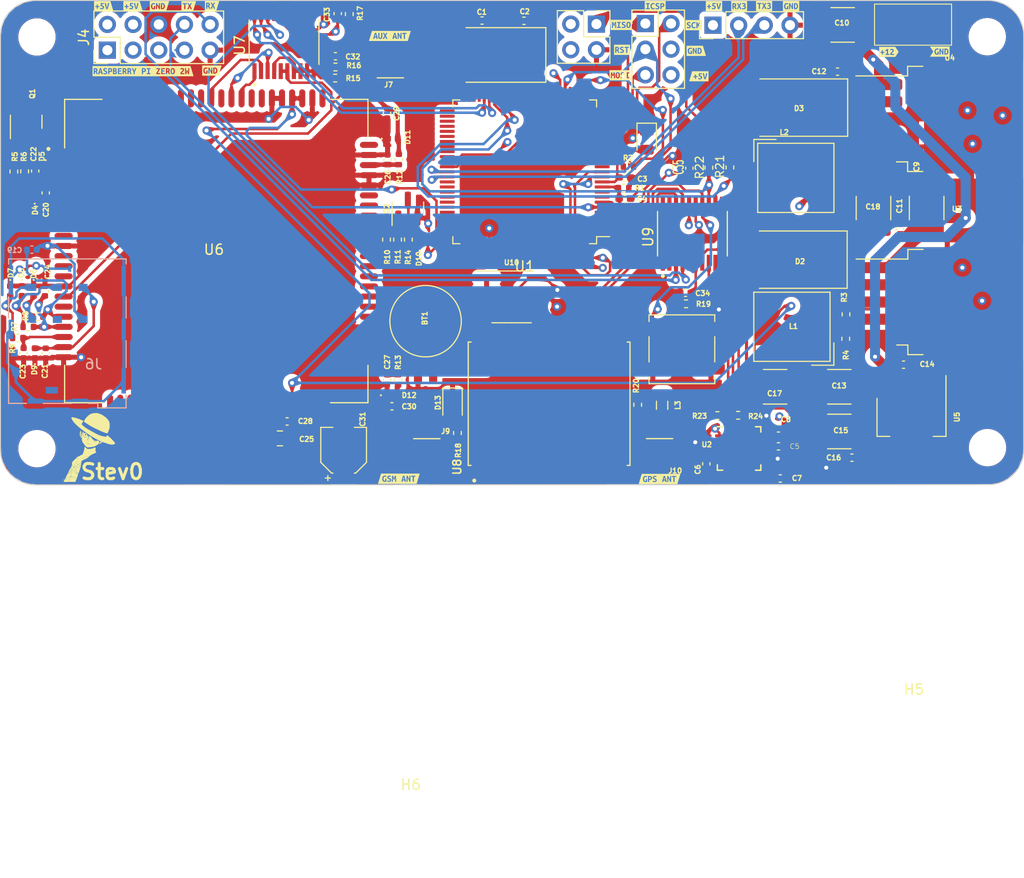
<source format=kicad_pcb>
(kicad_pcb (version 20221018) (generator pcbnew)
  (layers (0 "F.Cu" jumper) (1 "In1.Cu" signal) (2 "In2.Cu" signal) (31 "B.Cu" signal) (34 "B.Paste" user) (35 "F.Paste" user) (36 "B.SilkS" user "B.Silkscreen") (37 "F.SilkS" user "F.Silkscreen") (38 "B.Mask" user) (39 "F.Mask" user) (44 "Edge.Cuts" user))
  (net 0 "")
  (net 1 "Net-(BT1-+)")
  (net 2 "GND")
  (net 3 "Net-(U1-XTAL1)")
  (net 4 "Net-(U1-XTAL2)")
  (net 5 "RESET")
  (net 6 "+5V")
  (net 7 "+3V3")
  (net 8 "Net-(U2-REGOUT)")
  (net 9 "Net-(U2-CPOUT)")
  (net 10 "+12V")
  (net 11 "3V8")
  (net 12 "USIM-DATA")
  (net 13 "Net-(D4-A2)")
  (net 14 "USIM-VDD")
  (net 15 "Net-(D5-A2)")
  (net 16 "USIM-CLK")
  (net 17 "USIM-RST")
  (net 18 "Net-(U6-AUX_ANT)")
  (net 19 "Net-(U6-MAIN_ANT)")
  (net 20 "Net-(D11-A2)")
  (net 21 "Net-(D12-A2)")
  (net 22 "+1V8")
  (net 23 "Net-(D1-A)")
  (net 24 "Net-(D2-K)")
  (net 25 "Net-(D3-K)")
  (net 26 "Net-(D6-A2)")
  (net 27 "Net-(D7-A2)")
  (net 28 "Net-(D8-A2)")
  (net 29 "Net-(D10-K)")
  (net 30 "Net-(D13-A)")
  (net 31 "MISO")
  (net 32 "SCK")
  (net 33 "MOSI")
  (net 34 "RX3")
  (net 35 "TX3")
  (net 38 "unconnected-(J4-Pin_7-Pad7)")
  (net 41 "PI-RX")
  (net 42 "PI-TX")
  (net 43 "PI-INT")
  (net 49 "unconnected-(J6-PadSH)")
  (net 50 "RF-IN")
  (net 51 "Net-(L3-Pad1)")
  (net 52 "Net-(Q1-B)")
  (net 53 "Net-(Q1-E)")
  (net 54 "Net-(Q2-B)")
  (net 55 "Net-(Q2-C)")
  (net 56 "LED_ATmega")
  (net 57 "Net-(U3-FB)")
  (net 58 "SIM_POWER")
  (net 59 "Net-(U6-NETLIGHT)")
  (net 60 "Net-(U7-A4)")
  (net 61 "Net-(U7-B4)")
  (net 62 "Net-(U8-TIMEPULSE)")
  (net 63 "Net-(U8-RSVD_8)")
  (net 64 "INT5")
  (net 67 "RX-PI")
  (net 68 "TX-PI")
  (net 70 "INT4")
  (net 73 "TX-GPS")
  (net 74 "RX-GPS")
  (net 95 "SCL")
  (net 96 "SDA")
  (net 97 "TX-SIM")
  (net 98 "RX-SIM")
  (net 152 "MPU6050-INT")
  (net 160 "SCL-MPU6050")
  (net 161 "SDA-MPU6050")
  (net 200 "SIM-RX")
  (net 201 "SIMI-INTERUPT")
  (net 203 "SIM-TXD")
  (net 215 "NEO-RX")
  (net 216 "NEO-TX")
  (net 217 "INT-MPU6050")
  (net 218 "NEO-SDA")
  (net 219 "NEO-SCL")
  (footprint "Inductor_SMD:L_AVX_LMLP07A7" (layer "F.Cu") (at 178.1909 82.6107 180)
    (fp_text reference "L1")
    (fp_text value "330uH" hide)
  )
  (footprint "Capacitor_SMD:C_0402_1005Metric_Pad0.74x0.62mm_HandSolder" (layer "F.Cu") (at 161.671 69.9516 180)
    (fp_text reference "C4")
    (fp_text value "100nF" hide)
  )
  (footprint "kibuzzard-65B8F71B" (layer "F.Cu") (at 120.8278 57.277)
    (fp_text reference "kibuzzard-65B8F71B" hide)
    (fp_text value "G***" hide)
  )
  (footprint "Resistor_SMD:R_0402_1005Metric" (layer "F.Cu") (at 167.7188 80.3402)
    (fp_text reference "R19")
    (fp_text value "47k" hide)
  )
  (footprint "Resistor_SMD:R_0402_1005Metric" (layer "F.Cu") (at 102.6668 82.6262 180)
    (fp_text reference "R7")
    (fp_text value "22R" hide)
  )
  (footprint "Package_TO_SOT_SMD:TO-263-5_TabPin3" (layer "F.Cu") (at 194.4832 80.1624)
    (fp_text reference "U3")
    (fp_text value "LM2596S-ADJ" hide)
  )
  (footprint "Capacitor_SMD:C_0402_1005Metric_Pad0.74x0.62mm_HandSolder" (layer "F.Cu") (at 176.8602 94.4372 180)
    (fp_text reference "C5")
    (fp_text value "0.1uF" hide)
  )
  (footprint "Capacitor_SMD:C_0402_1005Metric_Pad0.74x0.62mm_HandSolder" (layer "F.Cu") (at 169.7228 96.1644 -90)
    (fp_text reference "C6")
    (fp_text value "10nF" hide)
  )
  (footprint "Connector_PinHeader_2.54mm:PinHeader_1x04_P2.54mm_Vertical" (layer "F.Cu") (at 170.3832 52.7812 90)
    (fp_text reference "J2" hide)
    (fp_text value "Conn_01x04" hide)
  )
  (footprint "Resistor_SMD:R_0402_1005Metric" (layer "F.Cu") (at 133.0452 56.9214)
    (fp_text reference "R16")
    (fp_text value "47k" hide)
  )
  (footprint "Package_QFP:TQFP-100_14x14mm_P0.5mm" (layer "F.Cu") (at 151.765 67.2846 180)
    (fp_text reference "U1")
    (fp_text value "ATmega2560-16A" hide)
  )
  (footprint "C-Footprint:IC_SIM7600E-H" (layer "F.Cu") (at 121.2638 75.1202)
    (fp_text reference "U6")
    (fp_text value "SIM7600E-H")
  )
  (footprint "C-Footprint:XCVR_NEO-6M-GPS" (layer "F.Cu") (at 154.178 90.2208 90)
    (fp_text reference "U8")
    (fp_text value "NEO-6M-GPS" hide)
  )
  (footprint "Resistor_SMD:R_0402_1005Metric" (layer "F.Cu") (at 172.8724 91.3638 180)
    (fp_text reference "R24")
    (fp_text value "4.7k" hide)
  )
  (footprint "Capacitor_SMD:CP_Elec_4x3" (layer "F.Cu") (at 133.858 94.8182 90)
    (fp_text reference "C31")
    (fp_text value "100uF" hide)
  )
  (footprint "MountingHole:MountingHole_3.2mm_M3" (layer "F.Cu") (at 190.2714 122.682)
    (fp_text reference "H5")
    (fp_text value "MountingHole")
  )
  (footprint "Resistor_SMD:R_0402_1005Metric" (layer "F.Cu") (at 139.2428 87.8586 -90)
    (fp_text reference "R13")
    (fp_text value "0R" hide)
  )
  (footprint "Capacitor_SMD:C_0402_1005Metric" (layer "F.Cu") (at 138.1506 87.8332 -90)
    (fp_text reference "C27")
    (fp_text value "NC" hide)
  )
  (footprint "MountingHole:MountingHole_3.2mm_M3" (layer "F.Cu") (at 103.5304 94.6658)
    (fp_text reference "H1" hide)
    (fp_text value "MountingHole" hide)
  )
  (footprint "Diode_SMD:D_0402_1005Metric" (layer "F.Cu") (at 138.7253 64.008)
    (fp_text reference "D11")
    (fp_text value "D_TVS" hide)
  )
  (footprint "Inductor_SMD:L_AVX_LMLP07A7" (layer "F.Cu") (at 178.5775 67.8843)
    (fp_text reference "L2")
    (fp_text value "330uH" hide)
  )
  (footprint "Resistor_SMD:R_0402_1005Metric" (layer "F.Cu") (at 183.5404 81.3816 -90)
    (fp_text reference "R3")
    (fp_text value "10k" hide)
  )
  (footprint "Diode_SMD:D_3220_8050Metric" (layer "F.Cu") (at 179.0192 60.9346 180)
    (fp_text reference "D3")
    (fp_text value "B320" hide)
  )
  (footprint "kibuzzard-65B8E966" (layer "F.Cu") (at 139.319 97.6376)
    (fp_text reference "kibuzzard-65B8E966" hide)
    (fp_text value "G***" hide)
  )
  (footprint "Resistor_SMD:R_0402_1005Metric" (layer "F.Cu") (at 138.0998 73.9862 90)
    (fp_text reference "R10")
    (fp_text value "10k" hide)
  )
  (footprint "Package_SO:SOIC-8_3.9x4.9mm_P1.27mm" (layer "F.Cu") (at 150.4696 79.6544)
    (fp_text reference "U10")
    (fp_text value "24LC32" hide)
  )
  (footprint "Capacitor_SMD:C_1812_4532Metric" (layer "F.Cu") (at 182.88 88.5444)
    (fp_text reference "C13")
    (fp_text value "220uF" hide)
  )
  (footprint "Resistor_SMD:R_0402_1005Metric" (layer "F.Cu") (at 101.6254 83.7184 180)
    (fp_text reference "R9")
    (fp_text value "22R" hide)
  )
  (footprint "Capacitor_SMD:C_0402_1005Metric" (layer "F.Cu") (at 128.27 91.9734 180)
    (fp_text reference "C28")
    (fp_text value "1uF" hide)
  )
  (footprint "Capacitor_SMD:C_0402_1005Metric" (layer "F.Cu") (at 138.6332 90.4748 180)
    (fp_text reference "C30")
    (fp_text value "NC" hide)
  )
  (footprint "Package_TO_SOT_SMD:TO-263-5_TabPin3" (layer "F.Cu") (at 194.4578 62.0522)
    (fp_text reference "U4")
    (fp_text value "LM2596S-5" hide)
  )
  (footprint "Resistor_SMD:R_0402_1005Metric" (layer "F.Cu") (at 162.941 90.3224 -90)
    (fp_text reference "R20")
    (fp_text value "10R" hide)
  )
  (footprint "kibuzzard-65B8E8EC" (layer "F.Cu") (at 192.8114 55.3974)
    (fp_text reference "kibuzzard-65B8E8EC" hide)
    (fp_text value "G***" hide)
  )
  (footprint "Capacitor_SMD:C_0805_2012Metric" (layer "F.Cu") (at 127.5588 93.6498 180)
    (fp_text reference "C25")
    (fp_text value "100uF" hide)
  )
  (footprint "C-Footprint:HRS_U.FL-R-SMT_01_" (layer "F.Cu") (at 165.1 94.9706)
    (fp_text reference "J10")
    (fp_text value "U.FL-R-SMT_01_" hide)
  )
  (footprint "Diode_SMD:D_3220_8050Metric" (layer "F.Cu") (at 178.9684 75.9714 180)
    (fp_text reference "D2")
    (fp_text value "B320" hide)
  )
  (footprint "Inductor_SMD:L_0805_2012Metric" (layer "F.Cu") (at 165.354 90.3732 -90)
    (fp_text reference "L3")
    (fp_text value "27nH" hide)
  )
  (footprint "Capacitor_SMD:C_0402_1005Metric" (layer "F.Cu") (at 133.0452 55.8546)
    (fp_text reference "C32")
    (fp_text value "100nF" hide)
  )
  (footprint "MountingHole:MountingHole_3.2mm_M3" (layer "F.Cu") (at 197.5104 53.9242)
    (fp_text reference "H3" hide)
    (fp_text value "MountingHole" hide)
  )
  (footprint "C-Footprint:3pin_solder" (layer "F.Cu") (at 190.1698 52.7304 90)
    (fp_text reference "J3" hide)
    (fp_text value "Conn_01x03" hide)
  )
  (footprint "Capacitor_SMD:C_1812_4532Metric" (layer "F.Cu") (at 176.53 88.5444 180)
    (fp_text reference "C17")
    (fp_text value "220uF" hide)
  )
  (footprint "Resistor_SMD:R_0402_1005Metric" (layer "F.Cu") (at 140.2588 73.9882 -90)
    (fp_text reference "R14")
    (fp_text value "300R" hide)
  )
  (footprint "kibuzzard-65B8E927" (layer "F.Cu") (at 138.43 53.848)
    (fp_text reference "kibuzzard-65B8E927" hide)
    (fp_text value "G***" hide)
  )
  (footprint "Resistor_SMD:R_0402_1005Metric" (layer "F.Cu") (at 145.1102 93.1164 -90)
    (fp_text reference "R18")
    (fp_text value "1k" hide)
  )
  (footprint "Package_TO_SOT_SMD:SOT-23" (layer "F.Cu") (at 140.208 70.9168 90)
    (fp_text reference "Q2")
    (fp_text value "BC818" hide)
  )
  (footprint "Resistor_SMD:R_0402_1005Metric" (layer "F.Cu") (at 101.2444 67.2592 90)
    (fp_text reference "R5")
    (fp_text value "10k" hide)
  )
  (footprint "Crystal:Crystal_SMD_7050-2Pin_7.0x5.0mm" (layer "F.Cu") (at 149.6568 55.7276 180)
    (fp_text reference "Y1" hide)
    (fp_text value "16MHz")
  )
  (footprint "Capacitor_SMD:C_0402_1005Metric" (layer "F.Cu") (at 182.7022 57.3786)
    (fp_text reference "C12")
    (fp_text value "100nF" hide)
  )
  (footprint "kibuzzard-65B8F0B4" (layer "F.Cu") (at 114.0206 57.3278)
    (fp_text reference "kibuzzard-65B8F0B4" hide)
    (fp_text value "G***" hide)
  )
  (footprint "Capacitor_SMD:C_0402_1005Metric" (layer "F.Cu") (at 133.2738 51.6382 90)
    (fp_text reference "C33")
    (fp_text value "100nF" hide)
  )
  (footprint "Capacitor_SMD:C_0402_1005Metric_Pad0.74x0.62mm_HandSolder" (layer "F.Cu") (at 177.038 97.6122 180)
    (fp_text reference "C7")
    (fp_text value "0.1uF" hide)
  )
  (footprint "kibuzzard-65B8F746" (layer "F.Cu") (at 120.8532 50.8508)
    (fp_text reference "kibuzzard-65B8F746" hide)
    (fp_text value "G***" hide)
  )
  (footprint "Resistor_SMD:R_0402_1005Metric" (layer "F.Cu") (at 102.3112 67.2358 90)
    (fp_text reference "R6")
    (fp_text value "10k" hide)
  )
  (footprint "Capacitor_SMD:C_0402_1005Metric" (layer "F.Cu") (at 138.1506 61.4934 -90)
    (fp_text reference "C29")
    (fp_text value "NC" hide)
  )
  (footprint "Capacitor_SMD:C_1812_4532Metric" (layer "F.Cu") (at 186.2582 70.866 -90)
    (fp_text reference "C18")
    (fp_text value "220uF" hide)
  )
  (footprint "Capacitor_SMD:C_0402_1005Metric" (layer "F.Cu") (at 188.8744 72.9488 -90)
    (fp_text reference "C11")
    (fp_text value "100nF" hide)
  )
  (footprint "kibuzzard-65B8EF32" (layer "F.Cu") (at 161.3916 55.2196)
    (fp_text reference "kibuzzard-65B8EF32" hide)
    (fp_text value "G***" hide)
  )
  (footprint "C-Footprint:SOP65P640X120-20N" (layer "F.Cu") (at 168.3512 73.406 90)
    (fp_text reference "U9")
    (fp_text value "TXB0108DQSR" hide)
  )
  (footprint "Diode_SMD:D_0402_1005Metric" (layer "F.Cu") (at 104.394 67.2243 -90)
    (fp_text reference "D5")
    (fp_text value "D_TVS" hide)
  )
  (footprint "Resistor_SMD:R_0402_1005Metric" (layer "F.Cu") (at 134.4168 51.689 90)
    (fp_text reference "R17")
    (fp_text value "47k" hide)
  )
  (footprint "kibuzzard-65B8F803" (layer "F.Cu") (at 170.4848 50.9016)
    (fp_text reference "kibuzzard-65B8F803" hide)
    (fp_text value "G***" hide)
  )
  (footprint "Capacitor_SMD:C_0402_1005Metric_Pad0.74x0.62mm_HandSolder" (layer "F.Cu") (at 176.8602 92.6592 180)
    (fp_text reference "C8")
    (fp_text value "2.2uF" hide)
  )
  (footprint "Package_TO_SOT_SMD:SOT-23" (layer "F.Cu") (at 102.4636 62.3316 90)
    (fp_text reference "Q1")
    (fp_text value "BC818" hide)
  )
  (footprint "Capacitor_SMD:C_0402_1005Metric" (layer "F.Cu") (at 184.1246 95.5548)
    (fp_text reference "C16")
    (fp_text value "100nF" hide)
  )
  (footprint "Resistor_SMD:R_0402_1005Metric" (layer "F.Cu") (at 170.815 91.3892)
    (fp_text reference "R23")
    (fp_text value "4.7k" hide)
  )
  (footprint "kibuzzard-65B8E8C6" (layer "F.Cu") (at 187.7822 55.4228)
    (fp_text reference "kibuzzard-65B8E8C6" hide)
    (fp_text value "G***" hide)
  )
  (footprint "Resistor_SMD:R_0402_1005Metric" (layer "F.Cu") (at 103.6066 81.6102 180)
    (fp_text reference "R8")
    (fp_text value "22R" hide)
  )
  (footprint "Capacitor_SMD:C_0402_1005Metric" (layer "F.Cu") (at 167.668 79.248)
    (fp_text reference "C34")
    (fp_text value "100nF" hide)
  )
  (footprint "C-Footprint:Luffy6by6" (layer "F.Cu") (at 108.7628 94.2594)
    (fp_text reference "Stev0")
    (fp_text value "LOGO" hide)
  )
  (footprint "Capacitor_SMD:C_0402_1005Metric" (layer "F.Cu") (at 104.3178 79.0771 90)
    (fp_text reference "C24")
    (fp_text value "22pF" hide)
  )
  (footprint "Resistor_SMD:R_0402_1005Metric" (layer "F.Cu") (at 133.0198 58.0136 180)
    (fp_text reference "R15")
    (fp_text value "47k" hide)
  )
  (footprint "Diode_SMD:D_0402_1005Metric" (layer "F.Cu") (at 100.8888 79.0702 -90)
    (fp_text reference "D7")
    (fp_text value "TVS" hide)
  )
  (footprint "Resistor_SMD:R_0402_1005Metric" (layer "F.Cu") (at 172.0596 66.8528 -90)
    (fp_text reference "R21")
    (fp_text value "10k" hide)
  )
  (footprint "kibuzzard-65B8F71B" (layer "F.Cu") (at 115.6462 50.9016)
    (fp_text reference "kibuzzard-65B8F71B" hide)
    (fp_text value "G***" hide)
  )
  (footprint "Capacitor_SMD:C_1812_4532Metric" (layer "F.Cu") (at 191.516 70.866 -90)
    (fp_text reference "C9")
    (fp_text value "220uF" hide)
  )
  (footprint "kibuzzard-65B8EF27" (layer "F.Cu") (at 161.3154 52.7558)
    (fp_text reference "kibuzzard-65B8EF27" hide)
    (fp_text value "G***" hide)
  )
  (footprint "Resistor_SMD:R_0402_1005Metric" (layer "F.Cu") (at 139.192 73.9882 -90)
    (fp_text reference "R11")
    (fp_text value "10k" hide)
  )
  (footprint "Capacitor_SMD:C_0402_1005Metric" (layer "F.Cu") (at 103.3526 67.2084 90)
    (fp_text reference "C22")
    (fp_text value "100nF" hide)
  )
  (footprint "Package_TO_SOT_SMD:SOT-223-3_TabPin2" (layer "F.Cu") (at 190.0174 91.5416 -90)
    (fp_text reference "U5")
    (fp_text value "AMS1117-3.3" hide)
  )
  (footprint "Button_Switch_SMD:SW_SPST_B3SL-1002P" (layer "F.Cu") (at 167.3098 84.836 180)
    (fp_text reference "SW1" hide)
    (fp_text value "SW_Push" hide)
  )
  (footprint "Capacitor_SMD:C_0402_1005Metric" (layer "F.Cu") (at 147.5486 52.324 180)
    (fp_text reference "C1")
    (fp_text value "22pF" hide)
  )
  (footprint "Battery:BatteryHolder_Seiko_MS621F" (layer "F.Cu") (at 141.9606 87.055502 -90)
    (fp_text reference "BT1")
    (fp_text value "Battery_Cell" hide)
  )
  (footprint "Capacitor_SMD:C_0402_1005Metric" (layer "F.Cu") (at 168.0464 66.929 90)
    (fp_text reference "C35")
    (fp_text value "100nF" hide)
  )
  (footprint "Capacitor_SMD:C_0402_1005Metric_Pad0.74x0.62mm_HandSolder" (layer "F.Cu") (at 151.6888 52.3494)
    (fp_text reference "C2")
    (fp_text value "22pF" hide)
  )
  (footprint "C-Footprint:HRS_U.FL-R-SMT_01_" (layer "F.Cu") (at 138.4808 56.6934 180)
    (fp_text reference "J7")
    (fp_text value "U.FL-R-SMT_01_" hide)
  )
  (footprint "kibuzzard-65B8EF6A" (layer "F.Cu") (at 161.1884 57.7342)
    (fp_text reference "kibuzzard-65B8EF6A" hide)
    (fp_text value "G***" hide)
  )
  (footprint "kibuzzard-65B8EF58" (layer "F.Cu") (at 168.9862 57.8358)
    (fp_text reference "kibuzzard-65B8EF58" hide)
    (fp_text value "G***" hide)
  )
  (footprint "Capacitor_SMD:C_1812_4532Metric" (layer "F.Cu") (at 183.2102 52.7558)
    (fp_text reference "C10")
    (fp_text value "220uF" hide)
  )
  (footprint "kibuzzard-65B8E947" (layer "F.Cu") (at 165.1 97.663)
    (fp_text reference "kibuzzard-65B8E947" hide)
    (fp_text value "G***" hide)
  )
  (footprint "C-Footprint:SOP65P640X120-20N" (layer "F.Cu") (at 127.9652 54.4587 90)
    (fp_text reference "U7")
    (fp_text value "TXB0108DQSR" hide)
  )
  (footprint "Diode_SMD:D_0402_1005Metric" (layer "F.Cu") (at 103.3018 69.3446 90)
    (fp_text reference "D4")
    (fp_text value "D_TVS" hide)
  )
  (footprint "MountingHole:MountingHole_3.2mm_M3" (layer "F.Cu") (at 103.5304 53.9496)
    (fp_text reference "H2" hide)
    (fp_text value "MountingHole" hide)
  )
  (footprint "Capacitor_SMD:C_0402_1005Metric" (layer "F.Cu") (at 189.23 86.36 180)
    (fp_text reference "C14")
    (fp_text value "100nF" hide)
  )
  (footprint "MountingHole:MountingHole_3.2mm_M3" (layer "F.Cu") (at 140.5 132.1)
    (fp_text reference "H6")
    (fp_text value "MountingHole")
  )
  (footprint "kibuzzard-65B8F6F0" (layer "F.Cu") (at 113.03 50.9016)
    (fp_text reference "kibuzzard-65B8F6F0" hide)
    (fp_text value "G***" hide)
  )
  (footprint "LED_SMD:LED_0402_1005Metric" (layer "F.Cu") (at 141.3764 73.9926 90)
    (fp_text reference "D10")
    (fp_text value "LED" hide)
  )
  (footprint "Capacitor_SMD:C_0402_1005Metric" (layer "F.Cu") (at 104.394 69.37 -90)
    (fp_text reference "C20")
    (fp_text value "100nF" hide)
  )
  (footprint "kibuzzard-65B8F739" (layer "F.Cu") (at 118.5418 50.9016)
    (fp_text reference "kibuzzard-65B8F739" hide)
    (fp_text value "G***" hide)
  )
  (footprint "LED_SMD:LED_0805_2012Metric" (layer "F.Cu") (at 163.83 64.1604 -90)
    (fp_text reference "D1" hide)
    (fp_text value "LED" hide)
  )
  (footprint "Resistor_SMD:R_0402_1005Metric" (layer "F.Cu") (at 183.515 83.7966 -90)
    (fp_text reference "R4")
    (fp_text value "10k" hide)
  )
  (footprint "kibuzzard-65B8F7E7" (layer "F.Cu") (at 175.4378 50.8762)
    (fp_text reference "kibuzzard-65B8F7E7" hide)
    (fp_text value "G***" hide)
  )
  (footprint "Resistor_SMD:R_0402_1005Metric" (layer "F.Cu") (at 162.029893 66.777307)
    (fp_text reference "R2")
    (fp_text value "10k" hide)
  )
  (footprint "kibuzzard-65B8F7D9" (layer "F.Cu") (at 172.974 50.9016)
    (fp_text reference "kibuzzard-65B8F7D9" hide)
    (fp_text value "G***" hide)
  )
  (footprint "MountingHole:MountingHole_3.2mm_M3" (layer "F.Cu") (at 197.5358 94.5642)
    (fp_text reference "H4" hide)
    (fp_text value "MountingHole" hide)
  )
  (footprint "Sensor_Motion:InvenSense_QFN-24_4x4mm_P0.5mm" (layer "F.Cu") (at 172.9682 94.6444)
    (fp_text reference "U2")
    (fp_text value "MPU-6050" hide)
  )
  (footprint "Capacitor_SMD:C_0402_1005Metric" (layer "F.Cu") (at 102.2096 85.2144 -90)
    (fp_text reference "C23")
    (fp_text value "22pF" hide)
  )
  (footprint "kibuzzard-65B8F7F5" (layer "F.Cu") (at 178.1048 50.9016)
    (fp_text reference "kibuzzard-65B8F7F5" hide)
    (fp_text value "G***" hide)
  )
  (footprint "Connector_PinHeader_2.54mm:PinHeader_2x05_P2.54mm_Vertical" (layer "F.Cu") (at 110.495 55.25 90)
    (fp_text reference "J4")
    (fp_text value "Conn_02x05_Odd_Even" hide)
  )
  (footprint "Diode_SMD:D_0402_1005Metric" (layer "F.Cu") (at 103.3272 85.2196 90)
    (fp_text reference "D9")
    (fp_text value "TVS" hide)
  )
  (footprint "kibuzzard-65B8F6F0" (layer "F.Cu") (at 110.1344 50.9016)
    (fp_text reference "kibuzzard-65B8F6F0" hide)
    (fp_text value "G***" hide)
  )
  (footprint "C-Footprint:HRS_U.FL-R-SMT_01_" (layer "F.Cu") (at 142.0876 94.977)
    (fp_text reference "J9")
    (fp_text value "U.FL-R-SMT_01_" hide)
  )
  (footprint "Resistor_SMD:R_0402_1005Metric" (layer "F.Cu") (at 139.319 66.0634 90)
    (fp_text reference "R12")
    (fp_text value "0R" hide)
  )
  (footprint "Resistor_SMD:R_0402_1005Metric" (layer "F.Cu") (at 161.544 68.8848)
    (fp_text reference "R1")
    (fp_text value "10k" hide)
  )
  (footprint "LED_SMD:LED_0805_2012Metric" (layer "F.Cu") (at 144.6276 90.3501 -90)
    (fp_text reference "D13")
    (fp_text value "LED" hide)
  )
  (footprint "Diode_SMD:D_0402_1005Metric" (layer "F.Cu") (at 103.2002 79.0702 -90)
    (fp_text reference "D6")
    (fp_text value "TVS" hide)
  )
  (footprint "Diode_SMD:D_0402_1005Metric" (layer "F.Cu") (at 138.6332 89.3826)
    (fp_text reference "D12")
    (fp_text value "D_TVS" hide)
  )
  (footprint "Resistor_SMD:R_0402_1005Metric" (layer "F.Cu") (at 169.9768 66.8782 -90)
    (fp_text reference "R22")
    (fp_text value "10k" hide)
  )
  (footprint "kibuzzard-65B8EF7A" (layer "F.Cu") (at 168.4782 52.7812)
    (fp_text reference "kibuzzard-65B8EF7A" hide)
    (fp_text value "G***" hide)
  )
  (footprint "Connector_PinHeader_2.54mm:PinHeader_2x02_P2.54mm_Vertical" (layer "F.Cu") (at 158.8616 52.6746 -90)
    (fp_text reference "J5" hide)
    (fp_text value "Conn_02x02_Top_Bottom" hide)
  )
  (footprint "Capacitor_SMD:C_1812_4532Metric" (layer "F.Cu") (at 182.88 92.964)
    (fp_text reference "C15")
    (fp_text value "220uF" hide)
  )
  (footprint "Capacitor_SMD:C_0402_1005Metric" (layer "F.Cu") (at 138.2014 66.0882 90)
    (fp_text reference "C26")
    (fp_text value "NC" hide)
  )
  (footprint "Connector_PinHeader_2.54mm:PinHeader_2x03_P2.54mm_Vertical" (layer "F.Cu") (at 163.698 52.6184)
    (fp_text reference "J1" hide)
    (fp_text value "Conn_02x03_Counter_Clockwise" hide)
  )
  (footprint "kibuzzard-65B8EF0A" (layer "F.Cu") (at 164.6682 50.9016)
    (fp_text reference "kibuzzard-65B8EF0A" hide)
    (fp_text value "G***" hide)
  )
  (footprint "Capacitor_SMD:C_0402_1005Metric_Pad0.74x0.62mm_HandSolder" (layer "F.Cu") (at 161.673 67.8434 180)
    (fp_text reference "C3")
    (fp_text value "22pF" hide)
  )
  (footprint "Capacitor_SMD:C_0402_1005Metric" (layer "F.Cu") (at 104.394 85.2196 90)
    (fp_text reference "C21")
    (fp_text value "100nF" hide)
  )
  (footprint "kibuzzard-65B8EF8E" (layer "F.Cu") (at 168.7322 55.3212)
    (fp_text reference "kibuzzard-65B8EF8E" hide)
    (fp_text value "G***" hide)
  )
  (footprint "Diode_SMD:D_0402_1005Metric" (layer "F.Cu") (at 102.0318 79.0702 -90)
    (fp_text reference "D8")
    (fp_text value "TVS" hide)
  )
  (footprint "Connector_JAE:JAE_SIM_Card_SF72S006" (layer "B.Cu") (at 105.5476 81.1716 180)
    (fp_text reference "J6")
    (fp_text value "JAE_SIM_Card_SF72S006" hide)
  )
  (footprint "Capacitor_SMD:C_0402_1005Metric" (layer "B.Cu") (at 103.0224 74.9808)
    (fp_text reference "C19")
    (fp_text value "22pF" hide)
  )
  (gr_arc (start 201.1172 94.7674) (mid 200.10543 97.21003) (end 197.6628 98.2218) (stroke (width 0.1)) (layer "Edge.Cuts"))
  (gr_line (start 103.378 50.3428) (end 197.6628 50.3428) (stroke (width 0.1)) (layer "Edge.Cuts"))
  (gr_arc (start 99.9236 53.7972) (mid 100.93537 51.35457) (end 103.378 50.3428) (stroke (width 0.1)) (layer "Edge.Cuts"))
  (gr_line (start 197.6628 98.2218) (end 103.378 98.2472) (stroke (width 0.1)) (layer "Edge.Cuts"))
  (gr_line (start 201.1172 53.7972) (end 201.1172 94.7674) (stroke (width 0.1)) (layer "Edge.Cuts"))
  (gr_arc (start 197.6628 50.3428) (mid 200.10543 51.35457) (end 201.1172 53.7972) (stroke (width 0.1)) (layer "Edge.Cuts"))
  (gr_arc (start 103.378 98.2472) (mid 100.93537 97.23543) (end 99.9236 94.7928) (stroke (width 0.1)) (layer "Edge.Cuts"))
  (gr_line (start 99.9236 94.7928) (end 99.9236 53.7972) (stroke (width 0.1)) (layer "Edge.Cuts"))
  (segment (start 142.7106 87.055502) (end 147.945298 87.055502) (width 0.25) (layer "F.Cu") (net 1))
  (segment (start 149.378 85.6228) (end 149.378 84.2208) (width 0.25) (layer "F.Cu") (net 1))
  (segment (start 147.945298 87.055502) (end 149.378 85.6228) (width 0.25) (layer "F.Cu") (net 1))
  (segment (start 180.83 95.522) (end 180.83 92.964) (width 0.25) (layer "F.Cu") (net 2))
  (segment (start 182.2222 57.051) (end 181.1602 55.989) (width 0.25) (layer "F.Cu") (net 2))
  (segment (start 113.7638 58.6712) (end 113.7638 60.0202) (width 0.25) (layer "F.Cu") (net 2))
  (segment (start 133.5298 58.0136) (end 133.5298 57.916) (width 0.25) (layer "F.Cu") (net 2))
  (segment (start 104.5718 74.5998) (end 104.5922 74.6202) (width 0.25) (layer "F.Cu") (net 2))
  (segment (start 159.4275 68.2846) (end 160.6643 68.2846) (width 0.25) (layer "F.Cu") (net 2))
  (segment (start 113.411 58.3184) (end 113.7638 58.6712) (width 0.25) (layer "F.Cu") (net 2))
  (segment (start 180.83 88.5444) (end 178.58 88.5444) (width 1) (layer "F.Cu") (net 2))
  (segment (start 173.7182 96.5944) (end 173.7182 97.085086) (width 0.25) (layer "F.Cu") (net 2))
  (segment (start 148.265 72.8778) (end 148.2598 72.8726) (width 0.25) (layer "F.Cu") (net 2))
  (segment (start 177.4277 94.4372) (end 177.4277 92.6592) (width 0.25) (layer "F.Cu") (net 2))
  (segment (start 191.516 66.844) (end 193.5328 64.8272) (width 0.508) (layer "F.Cu") (net 2))
  (segment (start 148.265 74.9471) (end 148.265 72.8778) (width 0.25) (layer "F.Cu") (net 2))
  (segment (start 111.7638 60.0202) (end 111.7638 58.8226) (width 0.25) (layer "F.Cu") (net 2))
  (segment (start 175.9458 96.9772) (end 177.3682 96.9772) (width 0.25) (layer "F.Cu") (net 2))
  (segment (start 165.9674 92.1982) (end 170.1848 87.9808) (width 0.25) (layer "F.Cu") (net 2))
  (segment (start 192.7098 58.4542) (end 193.5328 59.2772) (width 1) (layer "F.Cu") (net 2))
  (segment (start 103.317 85.6944) (end 103.3272 85.7046) (width 0.25) (layer "F.Cu") (net 2))
  (segment (start 145.7198 66.1416) (end 149.285105 66.1416) (width 0.25) (layer "F.Cu") (net 2))
  (segment (start 186.8078 65.4522) (end 186.8078 68.2664) (width 0.508) (layer "F.Cu") (net 2))
  (segment (start 177.4277 92.6592) (end 177.4277 91.9313) (width 0.25) (layer "F.Cu") (net 2))
  (segment (start 160.6643 68.2846) (end 161.1055 67.8434) (width 0.25) (layer "F.Cu") (net 2))
  (segment (start 186.8332 80.1624) (end 195.9832 80.1624) (width 1) (layer "F.Cu") (net 2))
  (segment (start 141.158 71.8543) (end 141.6789 71.8543) (width 0.25) (layer "F.Cu") (net 2))
  (segment (start 162.2385 69.9516) (end 162.5346 69.9516) (width 0.25) (layer "F.Cu") (net 2))
  (segment (start 133.5298 57.916) (end 132.5352 56.9214) (width 0.25) (layer "F.Cu") (net 2))
  (segment (start 153.3652 79.0194) (end 154.9654 80.6196) (width 0.25) (layer "F.Cu") (net 2))
  (segment (start 192.3174 84.1782) (end 193.5582 82.9374) (width 1) (layer "F.Cu") (net 2))
  (segment (start 192.3174 88.3916) (end 192.3174 84.1782) (width 1) (layer "F.Cu") (net 2))
  (segment (start 160.924893 67.662793) (end 160.924893 65.428007) (width 0.25) (layer "F.Cu") (net 2))
  (segment (start 106.0844 85.6996) (end 106.1638 85.6202) (width 0.25) (layer "F.Cu") (net 2))
  (segment (start 107.896 85.6202) (end 107.8992 85.6234) (width 0.25) (layer "F.Cu") (net 2))
  (segment (start 168.99467 72.538416) (end 168.6762 72.219946) (width 0.25) (layer "F.Cu") (net 2))
  (segment (start 104.389 85.7046) (end 104.394 85.6996) (width 0.25) (layer "F.Cu") (net 2))
  (segment (start 104.6238 69.6202) (end 104.394 69.85) (width 0.25) (layer "F.Cu") (net 2))
  (segment (start 106.1407 78.5971) (end 106.1638 78.6202) (width 0.25) (layer "F.Cu") (net 2))
  (segment (start 192.9332 83.5624) (end 193.5582 82.9374) (width 1) (layer "F.Cu") (net 2))
  (segment (start 106.647232 78.6202) (end 106.1638 78.6202) (width 0.25) (layer "F.Cu") (net 2))
  (segment (start 152.9446 79.0194) (end 153.3652 79.0194) (width 0.25) (layer "F.Cu") (net 2))
  (segment (start 177.3682 96.9772) (end 177.6055 97.2145) (width 0.25) (layer "F.Cu") (net 2))
  (segment (start 108.458 76.809432) (end 106.647232 78.6202) (width 0.25) (layer "F.Cu") (net 2))
  (segment (start 174.9182 93.3944) (end 176.6925 93.3944) (width 0.25) (layer "F.Cu") (net 2))
  (segment (start 131.8768 52.705) (end 131.8768 51.7906) (width 0.25) (layer "F.Cu") (net 2))
  (segment (start 145.0768 66.7846) (end 145.7198 66.1416) (width 0.25) (layer "F.Cu") (net 2))
  (segment (start 162.4584 63.8945) (end 163.13 63.2229) (width 0.25) (layer "F.Cu") (net 2))
  (segment (start 168.0464 66.294) (end 168.0464 66.449) (width 0.25) (layer "F.Cu") (net 2))
  (segment (start 198.4082 77.3874) (end 198.4082 75.8102) (width 0.508) (layer "F.Cu") (net 2))
  (segment (start 162.9156 68.6054) (end 162.9156 69.2745) (width 0.25) (layer "F.Cu") (net 2))
  (segment (start 163.13 63.2229) (end 163.83 63.2229) (width 0.25) (layer "F.Cu") (net 2))
  (segment (start 166.38258 65.710648) (end 165.994378 65.710648) (width 0.25) (layer "F.Cu") (net 2))
  (segment (start 112.8014 58.3184) (end 113.411 58.3184) (width 0.25) (layer "F.Cu") (net 2))
  (segment (start 166.38258 65.710648) (end 166.459628 65.6336) (width 0.25) (layer "F.Cu") (net 2))
  (segment (start 126.7638 60.0202) (end 127.7638 60.0202) (width 0.25) (layer "F.Cu") (net 2))
  (segment (start 186.2582 68.816) (end 191.516 68.816) (width 0.508) (layer "F.Cu") (net 2))
  (segment (start 106.1638 69.6202) (end 104.6238 69.6202) (width 0.25) (layer "F.Cu") (net 2))
  (segment (start 126.7638 60.0202) (end 126.7638 61.7296) (width 0.25) (layer "F.Cu") (net 2))
  (segment (start 192.7098 52.7304) (end 192.7098 58.4542) (width 1) (layer "F.Cu") (net 2))
  (segment (start 163.625 94.9706) (end 163.625 93.8456) (width 0.25) (layer "F.Cu") (net 2))
  (segment (start 163.625 93.8456) (end 165.2724 92.1982) (width 0.25) (layer "F.Cu") (net 2))
  (segment (start 111.7638 58.8226) (end 112.268 58.3184) (width 0.25) (layer "F.Cu") (net 2))
  (segment (start 108.458 75.4634) (end 108.458 76.809432) (width 0.25) (layer "F.Cu") (net 2))
  (segment (start 159.483573 76.785385) (end 158.300099 76.785385) (width 0.25) (layer "F.Cu") (net 2))
  (segment (start 106.0447 66.7393) (end 106.1638 66.6202) (width 0.25) (layer "F.Cu") (net 2))
  (segment (start 158.300099 76.785385) (end 157.265 75.750286) (width 0.25) (layer "F.Cu") (net 2))
  (segment (start 182.2222 57.3786) (end 182.2222 57.051) (width 0.25) (layer "F.Cu") (net 2))
  (segment (start 103.2002 78.5852) (end 104.3059 78.5852) (width 0.25) (layer "F.Cu") (net 2))
  (segment (start 103.3018 69.8296) (end 104.3736 69.8296) (width 0.25) (layer "F.Cu") (net 2))
  (segment (start 191.516 68.816) (end 191.516 66.844) (width 0.508) (layer "F.Cu") (net 2))
  (segment (start 162.9156 69.2745) (end 162.2385 69.9516) (width 0.25) (layer "F.Cu") (net 2))
  (segment (start 171.0182 93.3944) (end 171.0182 93.1164) (width 0.25) (layer "F.Cu") (net 2))
  (segment (start 176.6925 93.3944) (end 177.4277 92.6592) (width 0.25) (layer "F.Cu") (net 2))
  (segment (start 173.977514 97.3444) (end 175.5786 97.3444) (width 0.25) (layer "F.Cu") (net 2))
  (segment (start 168.6762 72.219946) (end 168.6762 70.536) (width 0.25) (layer "F.Cu") (net 2))
  (segment (start 106.1638 65.6202) (end 106.1638 65.3202) (width 0.25) (layer "F.Cu") (net 2))
  (segment (start 104.3831 66.7284) (end 104.394 66.7393) (width 0.25) (layer "F.Cu") (net 2))
  (segment (start 104.5922 74.6202) (end 106.1638 74.6202) (width 0.25) (layer "F.Cu") (net 2))
  (segment (start 104.394 85.6996) (end 106.0844 85.6996) (width 0.25) (layer "F.Cu") (net 2))
  (segment (start 177.6055 97.6122) (end 178.7398 97.6122) (width 0.25) (layer "F.Cu") (net 2))
  (segment (start 186.124 80.8716) (end 186.8332 80.1624) (width 0.25) (layer "F.Cu") (net 2))
  (segment (start 113.7638 60.0202) (end 114.7638 60.0202) (width 0.25) (layer "F.Cu") (net 2))
  (segment (start 131.3688 53.213) (end 131.8768 52.705) (width 0.25) (layer "F.Cu") (net 2))
  (segment (start 107.6148 74.6202) (end 108.458 75.4634) (width 0.25) (layer "F.Cu") (net 2))
  (segment (start 103.3526 66.7284) (end 104.3831 66.7284) (width 0.25) (layer "F.Cu") (net 2))
  (segment (start 173.7182 97.085086) (end 173.977514 97.3444) (width 0.25) (layer "F.Cu") (net 2))
  (segment (start 103.8302 74.6202) (end 104.5514 74.6202) (width 0.25) (layer "F.Cu") (net 2))
  (segment (start 181.1602 55.989) (end 181.1602 52.7558) (width 0.25) (layer "F.Cu") (net 2))
  (segment (start 160.924893 65.428007) (end 162.3957 63.9572) (width 0.25) (layer "F.Cu") (net 2))
  (segment (start 167.386 65.6336) (end 168.0464 66.294) (width 0.25) (layer "F.Cu") (net 2))
  (segment (start 129.126888 53.213) (end 131.3688 53.213) (width 0.25) (layer "F.Cu") (net 2))
  (segment (start 175.5786 97.3444) (end 175.9458 96.9772) (width 0.25) (layer "F.Cu") (net 2))
  (segment (start 149.285105 66.1416) (end 154.765 60.661705) (width 0.25) (layer "F.Cu") (net 2))
  (segment (start 186.8078 68.2664) (end 186.2582 68.816) (width 0.508) (layer "F.Cu") (net 2))
  (segment (start 102.0318 78.5852) (end 103.2002 78.5852) (width 0.25) (layer "F.Cu") (net 2))
  (segment (start 162.3957 63.9572) (end 162.4584 63.9572) (width 0.25) (layer "F.Cu") (net 2))
  (segment (start 130.7638 60.0202) (end 130.7638 61.7936) (width 0.25) (layer "F.Cu") (net 2))
  (segment (start 130.7638 61.7936) (end 130.4036 62.1538) (width 0.25) (layer "F.Cu") (net 2))
  (segment (start 104.5514 74.6202) (end 104.5718 74.5998) (width 0.25) (layer "F.Cu") (net 2))
  (segment (start 126.7638 61.7296) (end 126.4412 62.0522) (width 0.25) (layer "F.Cu") (net 2))
  (segment (start 102.2096 85.6944) (end 103.317 85.6944) (width 0.25) (layer "F.Cu") (net 2))
  (segment (start 165.2724 92.1982) (end 165.9674 92.1982) (width 0.25) (layer "F.Cu") (net 2))
  (segment (start 106.1638 66.6202) (end 106.1638 65.6202) (width 0.25) (layer "F.Cu") (net 2))
  (segment (start 164.6318 66.8892) (end 162.9156 68.6054) (width 0.25) (layer "F.Cu") (net 2))
  (segment (start 103.3018 69.8296) (end 103.3018 74.0918) (width 0.25) (layer "F.Cu") (net 2))
  (segment (start 186.8332 83.5624) (end 192.9332 83.5624) (width 1) (layer "F.Cu") (net 2))
  (segment (start 131.8768 51.7906) (end 132.4884 51.179) (width 0.25) (layer "F.Cu") (net 2))
  (segment (start 183.5404 80.8716) (end 186.124 80.8716) (width 0.25) (layer "F.Cu") (net 2))
  (segment (start 128.2902 52.376312) (end 129.126888 53.213) (width 0.25) (layer "F.Cu") (net 2))
  (segment (start 106.1638 74.6202) (end 107.6148 74.6202) (width 0.25) (layer "F.Cu") (net 2))
  (segment (start 106.1638 85.6202) (end 107.896 85.6202) (width 0.25) (layer "F.Cu") (net 2))
  (segment (start 144.1025 66.7846) (end 145.0768 66.7846) (width 0.25) (layer "F.Cu") (net 2))
  (segment (start 103.3272 85.7046) (end 104.389 85.7046) (width 0.25) (layer "F.Cu") (net 2))
  (segment (start 180.83 92.964) (end 180.83 88.5444) (width 1) (layer "F.Cu") (net 2))
  (segment (start 166.459628 65.6336) (end 167.386 65.6336) (width 0.25) (layer "F.Cu") (net 2))
  (segment (start 112.268 58.3184) (end 112.8014 58.3184) (width 0.25) (layer "F.Cu") (net 2))
  (segment (start 162.4584 63.9572) (end 162.4584 63.8945) (width 0.25) (layer "F.Cu") (net 2))
  (segment (start 171.0182 93.1164) (end 170.5864 92.6846) (width 0.25) (layer "F.Cu") (net 2))
  (segment (start 154.765 60.661705) (end 154.765 59.6221) (width 0.25) (layer "F.Cu") (net 2))
  (segment (start 157.265 75.750286) (end 157.265 74.9471) (width 0.25) (layer "F.Cu") (net 2))
  (segment (start 128.2902 51.5887) (end 128.2902 52.376312) (width 0.25) (layer "F.Cu") (net 2))
  (segment (start 161.1055 67.8434) (end 160.924893 67.662793) (width 0.25) (layer "F.Cu") (net 2))
  (segment (start 100.8888 78.5852) (end 102.0318 78.5852) (width 0.25) (layer "F.Cu") (net 2))
  (segment (start 104.3736 69.8296) (end 104.394 69.85) (width 0.25) (layer "F.Cu") (net 2))
  (segment (start 164.815826 66.8892) (end 164.6318 66.8892) (width 0.25) (layer "F.Cu") (net 2))
  (segment (start 165.994378 65.710648) (end 164.815826 66.8892) (width 0.25) (layer "F.Cu") (net 2))
  (segment (start 170.1848 87.9808) (end 170.1848 86.836) (width 0.25) (layer "F.Cu") (net 2))
  (segment (start 104.3178 78.5971) (end 106.1407 78.5971) (width 0.25) (layer "F.Cu") (net 2))
  (segment (start 141.6789 71.8543) (end 142.2146 72.39) (width 0.25) (layer "F.Cu") (net 2))
  (segment (start 132.4884 51.179) (end 134.4168 51.179) (width 0.25) (layer "F.Cu") (net 2))
  (segment (start 104.394 66.7393) (end 106.0447 66.7393) (width 0.25) (layer "F.Cu") (net 2))
  (segment (start 103.3018 74.0918) (end 103.8302 74.6202) (width 0.25) (layer "F.Cu") (net 2))
  (segment (start 177.4277 91.9313) (end 176.9618 91.4654) (width 0.25) (layer "F.Cu") (net 2))
  (segment (start 104.3059 78.5852) (end 104.3178 78.5971) (width 0.25) (layer "F.Cu") (net 2))
  (segment (start 178.7398 97.6122) (end 180.83 95.522) (width 0.25) (layer "F.Cu") (net 2))
  (segment (start 177.6055 97.2145) (end 177.6055 97.6122) (width 0.25) (layer "F.Cu") (net 2))
  (via (at 170.5864 92.6846) (size 0.8) (drill 0.4) (layers "F.Cu" "B.Cu") (net 2))
  (via (at 104.5718 74.5998) (size 0.8) (drill 0.4) (layers "F.Cu" "B.Cu") (net 2))
  (via (at 130.4036 62.1538) (size 0.8) (drill 0.4) (layers "F.Cu" "B.Cu") (net 2))
  (via (at 162.4584 63.9572) (size 0.8) (drill 0.4) (layers "F.Cu" "B.Cu") (net 2))
  (via (at 195.0466 76.7588) (size 0.8) (drill 0.4) (layers "F.Cu" "B.Cu") (net 2))
  (via (at 159.483573 76.785385) (size 0.8) (drill 0.4) (layers "F.Cu" "B.Cu") (net 2))
  (via (at 126.4412 62.0522) (size 0.8) (drill 0.4) (layers "F.Cu" "B.Cu") (net 2))
  (via (at 176.9618 91.4654) (size 0.8) (drill 0.4) (layers "F.Cu" "B.Cu") (net 2))
  (via (at 148.2598 72.8726) (size 0.8) (drill 0.4) (layers "F.Cu" "B.Cu") (net 2))
  (via (at 107.8992 85.6234) (size 0.8) (drill 0.4) (layers "F.Cu" "B.Cu") (net 2))
  (via (at 154.9654 80.6196) (size 0.8) (drill 0.4) (layers "F.Cu" "B.Cu") (net 2))
  (via (at 168.99467 72.538416) (size 0.8) (drill 0.4) (layers "F.Cu" "B.Cu") (net 2))
  (via (at 199.0344 61.722) (size 0.8) (drill 0.4) (layers "F.Cu" "B.Cu") (net 2))
  (via (at 196.0626 64.516) (size 0.8) (drill 0.4) (layers "F.Cu" "B.Cu") (net 2))
  (via (at 131.8768 52.705) (size 0.8) (drill 0.4) (layers "F.Cu" "B.Cu") (net 2))
  (via (at 195.5546 61.214) (size 0.8) (drill 0.4) (layers "F.Cu" "B.Cu") (net 2))
  (via (at 142.2146 72.39) (size 0.8) (drill 0.4) (layers "F.Cu" "B.Cu") (net 2))
  (via (at 197.0024 80.0354) (size 0.8) (drill 0.4) (layers "F.Cu" "B.Cu") (net 2))
  (via (at 166.38258 65.710648) (size 0.8) (drill 0.4) (layers "F.Cu" "B.Cu") (net 2))
  (segment (start 130.4036 62.1538) (end 129.1198 60.87) (width 0.25) (layer "B.Cu") (net 2))
  (segment (start 108.0876 81.8816) (end 107.2426 81.0366) (width 0.25) (layer "B.Cu") (net 2))
  (segment (start 107.2426 81.0366) (end 107.2426 76.407) (width 0.25) (layer "B.Cu") (net 2))
  (segment (start 127.6234 60.87) (end 126.4412 62.0522) (width 0.25) (layer "B.Cu") (net 2))
  (segment (start 129.1198 60.87) (end 127.6234 60.87) (width 0.25) (layer "B.Cu") (net 2))
  (segment (start 107.2426 76.407) (end 105.4354 74.5998) (width 0.25) (layer "B.Cu") (net 2))
  (segment (start 103.5024 74.9808) (end 103.5024 74.8564) (width 0.25) (layer "B.Cu") (net 2))
  (segment (start 105.4354 74.5998) (end 104.5718 74.5998) (width 0.25) (layer "B.Cu") (net 2))
  (segment (start 103.759 74.5998) (end 104.5718 74.5998) (width 0.25) (layer "B.Cu") (net 2))
  (segment (start 115.575 53.2588) (end 115.575 52.71) (width 0.25) (layer "B.Cu") (net 2))
  (segment (start 103.5024 74.8564) (end 103.759 74.5998) (width 0.25) (layer "B.Cu") (net 2))
  (segment (start 148.0694 58.5596) (end 148.0566 58.5724) (width 0.25) (layer "F.Cu") (net 3))
  (segment (start 147.0568 55.7276) (end 147.0568 52.3358) (width 0.25) (layer "F.Cu") (net 3))
  (segment (start 147.0568 52.3358) (end 147.0686 52.324) (width 0.25) (layer "F.Cu") (net 3))
  (segment (start 153.505686 58.5596) (end 148.0694 58.5596) (width 0.25) (layer "F.Cu") (net 3))
  (segment (start 153.765 59.6221) (end 153.765 58.818914) (width 0.25) (layer "F.Cu") (net 3))
  (segment (start 147.0568 57.5726) (end 147.0568 55.7276) (width 0.25) (layer "F.Cu") (net 3))
  (segment (start 148.0566 58.5724) (end 147.0568 57.5726) (width 0.25) (layer "F.Cu") (net 3))
  (segment (start 153.765 58.818914) (end 153.505686 58.5596) (width 0.25) (layer "F.Cu") (net 3))
  (segment (start 154.265 58.682518) (end 153.692082 58.1096) (width 0.25) (layer "F.Cu") (net 4))
  (segment (start 152.2568 55.7276) (end 152.2568 52.3499) (width 0.25) (layer "F.Cu") (net 4))
  (segment (start 152.7556 58.1096) (end 152.2568 57.6108) (width 0.25) (layer "F.Cu") (net 4))
  (segment (start 152.2568 57.6108) (end 152.2568 55.7276) (width 0.25) (layer "F.Cu") (net 4))
  (segment (start 152.2568 52.3499) (end 152.2563 52.3494) (width 0.25) (layer "F.Cu") (net 4))
  (segment (start 153.692082 58.1096) (end 152.7556 58.1096) (width 0.25) (layer "F.Cu") (net 4))
  (segment (start 154.265 59.6221) (end 154.265 58.682518) (width 0.25) (layer "F.Cu") (net 4))
  (segment (start 155.9941 58.1533) (end 155.765 58.3824) (width 0.25) (layer "F.Cu") (net 5))
  (segment (start 155.765 58.3824) (end 155.765 59.6221) (width 0.25) (layer "F.Cu") (net 5))
  (segment (start 164.0658 66.4392) (end 164.62943 66.4392) (width 0.25) (layer "F.Cu") (net 5))
  (segment (start 162.2405 68.6983) (end 162.054 68.8848) (width 0.25) (layer "F.Cu") (net 5))
  (segment (start 164.62943 66.4392) (end 166.1922 64.87643) (width 0.25) (layer "F.Cu") (net 5))
  (segment (start 162.2405 67.8434) (end 162.6616 67.8434) (width 0.25) (layer "F.Cu") (net 5))
  (segment (start 166.1922 64.87643) (end 166.1922 60.0456) (width 0.25) (layer "F.Cu") (net 5))
  (segment (start 162.2405 67.8434) (end 162.2405 68.6983) (width 0.25) (layer "F.Cu") (net 5))
  (segment (start 162.6616 67.8434) (end 164.0658 66.4392) (width 0.25) (layer "F.Cu") (net 5))
  (via (at 166.1922 60.0456) (size 0.8) (drill 0.4) (layers "F.Cu" "B.Cu") (net 5))
  (via (at 155.9941 58.1533) (size 0.8) (drill 0.4) (layers "F.Cu" "B.Cu") (net 5))
  (segment (start 166.1922 60.0456) (end 164.873 58.7264) (width 0.25) (layer "B.Cu") (net 5))
  (segment (start 164.873 58.7264) (end 164.873 56.3334) (width 0.25) (layer "B.Cu") (net 5))
  (segment (start 156.718 57.4294) (end 161.427 57.4294) (width 0.25) (layer "B.Cu") (net 5))
  (segment (start 161.427 57.4294) (end 163.698 55.1584) (width 0.25) (layer "B.Cu") (net 5))
  (segment (start 164.873 56.3334) (end 163.698 55.1584) (width 0.25) (layer "B.Cu") (net 5))
  (segment (start 155.9941 58.1533) (end 156.718 57.4294) (width 0.25) (layer "B.Cu") (net 5))
  (segment (start 160.208573 77.08569) (end 160.208573 76.236173) (width 0.25) (layer "F.Cu") (net 6))
  (segment (start 145.5928 65.5828) (end 148.8186 65.5828) (width 0.25) (layer "F.Cu") (net 6))
  (segment (start 144.905686 66.2846) (end 145.5928 65.597486) (width 0.25) (layer "F.Cu") (net 6))
  (segment (start 186.8078 63.7522) (end 184.5078 63.7522) (width 0.508) (layer "F.Cu") (net 6))
  (segment (start 160.9338 68.7846) (end 159.4275 68.7846) (width 0.25) (layer "F.Cu") (net 6))
  (segment (start 161.6202 70.7898) (end 162.838004 70.7898) (width 0.25) (layer "F.Cu") (net 6))
  (segment (start 163.5462 70.081604) (end 163.5462 69.0692) (width 0.25) (layer "F.Cu") (net 6))
  (segment (start 172.0596 66.3428) (end 170.0022 66.3428) (width 0.25) (layer "F.Cu") (net 6))
  (segment (start 155.265 58.1862) (end 154.6098 57.531) (width 0.25) (layer "F.Cu") (net 6))
  (segment (start 144.1025 66.2846) (end 144.905686 66.2846) (width 0.25) (layer "F.Cu") (net 6))
  (segment (start 145.5928 65.597486) (end 145.5928 65.5828) (width 0.25) (layer "F.Cu") (net 6))
  (segment (start 159.783878 77.510385) (end 160.208573 77.08569) (width 0.25) (layer "F.Cu") (net 6))
  (segment (start 157.765 75.61389) (end 157.765 74.9471) (width 0.25) (layer "F.Cu") (net 6))
  (segment (start 133.2738 53.1622) (end 133.2738 52.1182) (width 0.25) (layer "F.Cu") (net 6))
  (segment (start 161.1035 70.2731) (end 161.6202 70.7898) (width 0.25) (layer "F.Cu") (net 6))
  (segment (start 181.3525 66.9075) (end 181.3525 67.8843) (width 0.508) (layer "F.Cu") (net 6))
  (segment (start 168.0262 72.5372) (end 167.9956 72.5678) (width 0.25) (layer "F.Cu") (net 6))
  (segment (start 168.0464 67.409) (end 168.3538 67.409) (width 0.25) (layer "F.Cu") (net 6))
  (segment (start 161.1035 69.9516) (end 161.1035 68.9543) (width 0.25) (layer "F.Cu") (net 6))
  (segment (start 161.1035 69.9516) (end 161.1035 70.2731) (width 0.25) (layer "F.Cu") (net 6))
  (segment (start 127.6402 51.5887) (end 127.6402 52.4308) (width 0.25) (layer "F.Cu") (net 6))
  (segment (start 186.2582 72.916) (end 181.3525 68.0103) (width 0.508) (layer "F.Cu") (net 6))
  (segment (start 128.905 53.6956) (end 132.7404 53.6956) (width 0.25) (layer "F.Cu") (net 6))
  (segment (start 156.8958 76.1746) (end 158.231585 77.510385) (width 0.25) (layer "F.Cu") (net 6))
  (segment (start 127.6402 52.4308) (end 128.905 53.6956) (width 0.25) (layer "F.Cu") (net 6))
  (segment (start 164.5394 68.076) (end 165.3246 68.076) (width 0.25) (layer "F.Cu") (net 6))
  (segment (start 166.0372 67.409) (end 166.0144 67.3862) (width 0.25) (layer "F.Cu") (net 6))
  (segment (start 159.487977 75.785892) (end 157.937002 75.785892) (width 0.25) (layer "F.Cu") (net 6))
  (segment (start 155.265 59.6221) (end 155.265 58.1862) (width 0.25) (layer "F.Cu") (net 6))
  (segment (start 148.8186 65.5828) (end 150.0632 64.3382) (width 0.25) (layer "F.Cu") (net 6))
  (segment (start 133.0706 53.4162) (end 133.0706 53.3654) (width 0.25) (layer "F.Cu") (net 6))
  (segment (start 160.208573 76.236173) (end 159.758292 75.785892) (width 0.25) (layer "F.Cu") (net 6))
  (segment (start 165.3246 68.076) (end 166.0144 67.3862) (width 0.25) (layer "F.Cu") (net 6))
  (segment (start 133.0706 53.3654) (end 133.2738 53.1622) (width 0.25) (layer "F.Cu") (net 6))
  (segment (start 132.7404 53.6956) (end 133.0198 53.4162) (width 0.25) (layer "F.Cu") (net 6))
  (segment (start 163.5462 69.0692) (end 164.5394 68.076) (width 0.25) (layer "F.Cu") (net 6))
  (segment (start 161.034 68.8848) (end 160.9338 68.7846) (width 0.25) (layer "F.Cu") (net 6))
  (segment (start 170.0022 66.3428) (end 169.9768 66.3682) (width 0.25) (layer "F.Cu") (net 6))
  (segment (start 181.3525 68.0103) (end 181.3525 67.8843) (width 0.508) (layer "F.Cu") (net 6))
  (segment (start 168.0262 70.536) (end 168.0262 72.5372) (width 0.25) (layer "F.Cu") (net 6))
  (segment (start 133.0198 53.4162) (end 133.0706 53.4162) (width 0.25) (layer "F.Cu") (net 6))
  (segment (start 181.3525 67.8843) (end 181.3525 68.2533) (width 0.508) (layer "F.Cu") (net 6))
  (segment (start 168.0464 67.409) (end 166.0372 67.409) (width 0.25) (layer "F.Cu") (net 6))
  (segment (start 157.937002 75.785892) (end 157.765 75.61389) (width 0.25) (layer "F.Cu") (net 6))
  (segment (start 161.1035 68.9543) (end 161.034 68.8848) (width 0.25) (layer "F.Cu") (net 6))
  (segment (start 168.3538 67.409) (end 169.3946 66.3682) (width 0.25) (layer "F.Cu") (net 6))
  (segment (start 158.231585 77.510385) (end 159.783878 77.510385) (width 0.25) (layer "F.Cu") (net 6))
  (segment (start 159.758292 75.785892) (end 159.487977 75.785892) (width 0.25) (layer "F.Cu") (net 6))
  (segment (start 148.189314 76.1746) (end 156.8958 76.1746) (width 0.25) (layer "F.Cu") (net 6))
  (segment (start 169.3946 66.3682) (end 169.9768 66.3682) (width 0.25) (layer "F.Cu") (net 6))
  (segment (start 147.765 74.9471) (end 147.765 75.750286) (width 0.25) (layer "F.Cu") (net 6))
  (segment (start 181.3525 68.2533) (end 178.9176 70.6882) (width 0.508) (layer "F.Cu") (net 6))
  (segment (start 162.838004 70.7898) (end 163.5462 70.081604) (width 0.25) (layer "F.Cu") (net 6))
  (segment (start 147.765 75.750286) (end 148.189314 76.1746) (width 0.25) (layer "F.Cu") (net 6))
  (segment (start 184.5078 63.7522) (end 181.3525 66.9075) (width 0.508) (layer "F.Cu") (net 6))
  (via (at 166.0144 67.3862) (size 0.8) (drill 0.4) (layers "F.Cu" "B.Cu") (net 6))
  (via (at 133.0706 53.4162) (size 0.8) (drill 0.4) (layers "F.Cu" "B.Cu") (net 6))
  (via (at 167.9956 72.5678) (size 0.8) (drill 0.4) (layers "F.Cu" "B.Cu") (net 6))
  (via (at 159.487977 75.785892) (size 0.8) (drill 0.4) (layers "F.Cu" "B.Cu") (net 6))
  (via (at 178.9176 70.6882) (size 0.8) (drill 0.4) (layers "F.Cu" "B.Cu") (net 6))
  (via (at 150.0632 64.3382) (size 0.8) (drill 0.4) (layers "F.Cu" "B.Cu") (net 6))
  (via (at 154.6098 57.531) (size 0.8) (drill 0.4) (layers "F.Cu" "B.Cu") (net 6))
  (segment (start 174.9182 95.8944) (end 175.408886 95.8944) (width 0.25) (layer "F.Cu") (net 7))
  (segment (start 186.6576 94.6916) (end 184.93 92.964) (width 0.508) (layer "F.Cu") (net 7))
  (segment (start 176.2927 94.4372) (end 176.2927 95.1651) (width 0.25) (layer "F.Cu") (net 7))
  (segment (start 175.27249 95.8944) (end 175.29749 95.8694) (width 0.25) (layer "F.Cu") (net 7))
  (segment (start 175.408886 95.8944) (end 176.2927 95.010586) (width 0.25) (layer "F.Cu") (net 7))
  (segment (start 170.305 91.3892) (end 168.6306 93.0636) (width 0.25) (layer "F.Cu") (net 7))
  (segment (start 168.6306 94.0308) (end 168.6306 96.1644) (width 0.25) (layer "F.Cu") (net 7))
  (segment (start 173.3824 91.3638) (end 175.623401 91.3638) (width 0.25) (layer "F.Cu") (net 7))
  (segment (start 172.2182 97.085086) (end 171.818086 97.4852) (width 0.25) (layer "F.Cu") (net 7))
  (segment (start 176.2927 95.1651) (end 176.784 95.6564) (width 0.25) (layer "F.Cu") (net 7))
  (segment (start 168.6306 93.0636) (end 168.6306 94.0308) (width 0.25) (layer "F.Cu") (net 7))
  (segment (start 184.6046 95.5548) (end 184.6046 93.2894) (width 0.508) (layer "F.Cu") (net 7))
  (segment (start 170.4086 80.3402) (end 170.9674 80.899) (width 0.25) (layer "F.Cu") (net 7))
  (segment (start 184.6046 95.5548) (end 184.6046 96.2686) (width 0.508) (layer "F.Cu") (net 7))
  (segment (start 168.6306 96.1644) (end 169.1981 96.7319) (width 0.25) (layer "F.Cu") (net 7))
  (segment (start 170.4761 97.4852) (end 169.7228 96.7319) (width 0.25) (layer "F.Cu") (net 7))
  (segment (start 152.9446 77.7494) (end 153.7716 77.7494) (width 0.25) (layer "F.Cu") (net 7))
  (segment (start 168.0262 76.276) (end 168.6762 76.276) (width 0.25) (layer "F.Cu") (net 7))
  (segment (start 190.0174 88.3916) (end 190.0174 94.6916) (width 0.508) (layer "F.Cu") (net 7))
  (segment (start 168.148 79.248) (end 168.6762 78.7198) (width 0.25) (layer "F.Cu") (net 7))
  (segment (start 148.278 84.2208) (end 148.278 83.317804) (width 0.25) (layer "F.Cu") (net 7))
  (segment (start 168.2288 79.3288) (end 168.148 79.248) (width 0.25) (layer "F.Cu") (net 7))
  (segment (start 184.6046 93.2894) (end 184.93 92.964) (width 0.508) (layer "F.Cu") (net 7))
  (segment (start 153.7716 77.7494) (end 154.9908 78.9686) (width 0.25) (layer "F.Cu") (net 7))
  (segment (start 174.9182 95.8944) (end 175.27249 95.8944) (width 0.25) (layer "F.Cu") (net 7))
  (segment (start 171.818086 97.4852) (end 170.4761 97.4852) (width 0.25) (layer "F.Cu") (net 7))
  (segment (start 168.2288 80.3402) (end 168.2288 79.3288) (width 0.25) (layer "F.Cu") (net 7))
  (segment (start 175.623401 91.3638) (end 175.662101 91.4025) (width 0.25) (layer "F.Cu") (net 7))
  (segment (start 151.2316 78.74) (end 152.2222 77.7494) (width 0.25) (layer "F.Cu") (net 7))
  (segment (start 176.2927 95.010586) (end 176.2927 94.4372) (width 0.25) (layer "F.Cu") (net 7))
  (segment (start 151.2316 80.364204) (end 151.2316 78.74) (width 0.25) (layer "F.Cu") (net 7))
  (segment (start 184.3278 96.5454) (end 181.5846 96.5454) (width 0.508) (layer "F.Cu") (net 7))
  (segment (start 184.6046 96.2686) (end 184.3278 96.5454) (width 0.508) (layer "F.Cu") (net 7))
  (segment (start 168.2288 80.3402) (end 170.4086 80.3402) (width 0.25) (layer "F.Cu") (net 7))
  (segment (start 168.6762 78.7198) (end 168.6762 76.276) (width 0.25) (layer "F.Cu") (net 7))
  (segment (start 148.278 83.317804) (end 151.2316 80.364204) (width 0.25) (layer "F.Cu") (net 7))
  (segment (start 172.2182 96.5944) (end 172.2182 97.085086) (width 0.25) (layer "F.Cu") (net 7))
  (segment (start 190.0174 94.6916) (end 186.6576 94.6916) (width 0.508) (layer "F.Cu") (net 7))
  (segment (start 152.2222 77.7494) (end 152.9446 77.7494) (width 0.25) (layer "F.Cu") (net 7))
  (segment (start 169.1981 96.7319) (end 169.7228 96.7319) (width 0.25) (layer "F.Cu") (net 7))
  (via (at 175.662101 91.4025) (size 0.8) (drill 0.4) (layers "F.Cu" "B.Cu") (net 7))
  (via (at 176.784 95.6564) (size 0.8) (drill 0.4) (layers "F.Cu" "B.Cu") (net 7))
  (via (at 154.9908 78.9686) (size 0.8) (drill 0.4) (layers "F.Cu" "B.Cu") (net 7))
  (via (at 181.5846 96.5454) (size 0.8) (drill 0.4) (layers "F.Cu" "B.Cu") (net 7))
  (via (at 168.6306 94.0308) (size 0.8) (drill 0.4) (layers "F.Cu" "B.Cu") (net 7))
  (via (at 170.9674 80.899) (size 0.8) (drill 0.4) (layers "F.Cu" "B.Cu") (net 7))
  (segment (start 173.9138 97.9678) (end 173.2182 97.2722) (width 0.25) (layer "F.Cu") (net 8))
  (segment (start 173.2182 97.2722) (end 173.2182 96.5944) (width 0.25) (layer "F.Cu") (net 8))
  (segment (start 176.4705 97.6122) (end 176.1149 97.9678) (width 0.25) (layer "F.Cu") (net 8))
  (segment (start 176.1149 97.9678) (end 173.9138 97.9678) (width 0.25) (layer "F.Cu") (net 8))
  (segment (start 175.4632 92.6592) (end 174.7266 91.9226) (width 0.25) (layer "F.Cu") (net 9))
  (segment (start 174.7266 91.9226) (end 173.999314 91.9226) (width 0.25) (layer "F.Cu") (net 9))
  (segment (start 176.2927 92.6592) (end 175.4632 92.6592) (width 0.25) (layer "F.Cu") (net 9))
  (segment (start 173.7182 92.203714) (end 173.7182 92.6944) (width 0.25) (layer "F.Cu") (net 9))
  (segment (start 173.999314 91.9226) (end 173.7182 92.203714) (width 0.25) (layer "F.Cu") (net 9))
  (segment (start 184.93 88.5444) (end 187.5646 88.5444) (width 1) (layer "F.Cu") (net 10))
  (segment (start 187.7174 86.8794) (end 186.4106 85.5726) (width 1) (layer "F.Cu") (net 10))
  (segment (start 189.2072 73.4288) (end 189.72 72.916) (width 0.25) (layer "F.Cu") (net 10))
  (segment (start 188.2368 86.36) (end 187.7174 86.8794) (width 0.25) (layer "F.Cu") (net 10))
  (segment (start 186.8078 58.6522) (end 186.8078 56.7598) (width 1) (layer "F.Cu") (net 10))
  (segment (start 195.3768 71.8566) (end 192.3288 71.8566) (width 1) (layer "F.Cu") (net 10))
  (segment (start 187.7174 88.3916) (end 187.7174 87.3726) (width 1) (layer "F.Cu") (net 10))
  (segment (start 185.2602 55.136) (end 185.2602 52.7558) (width 1) (layer "F.Cu") (net 10))
  (segment (start 186.8332 76.7624) (end 187.6696 76.7624) (width 1) (layer "F.Cu") (net 10))
  (segment (start 186.2328 56.1848) (end 185.3184 55.2704) (width 1) (layer "F.Cu") (net 10))
  (segment (start 187.5646 88.5444) (end 187.7174 88.3916) (width 1) (layer "F.Cu") (net 10))
  (segment (start 185.2856 52.7304) (end 185.2602 52.7558) (width 1) (layer "F.Cu") (net 10))
  (segment (start 191.516 72.6694) (end 191.516 72.916) (width 1) (layer "F.Cu") (net 10))
  (segment (start 186.8078 56.7598) (end 186.2328 56.1848) (width 1) (layer "F.Cu") (net 10))
  (segment (start 188.8744 73.4288) (end 189.2072 73.4288) (width 0.25) (layer "F.Cu") (net 10))
  (segment (start 187.7174 87.3726) (end 187.7174 86.8794) (width 1) (layer "F.Cu") (net 10))
  (segment (start 185.3184 55.1942) (end 185.2602 55.136) (width 1) (layer "F.Cu") (net 10))
  (segment (start 187.6696 76.7624) (end 191.516 72.916) (width 1) (layer "F.Cu") (net 10))
  (segment (start 192.3288 71.8566) (end 191.516 72.6694) (width 1) (layer "F.Cu") (net 10))
  (segment (start 188.75 86.36) (end 188.2368 86.36) (width 0.25) (layer "F.Cu") (net 10))
  (segment (start 189.72 72.916) (end 191.516 72.916) (width 0.25) (layer "F.Cu") (net 10))
  (segment (start 183.1822 57.3786) (end 183.2102 57.3786) (width 0.25) (layer "F.Cu") (net 10))
  (segment (start 187.6298 52.7304) (end 185.2856 52.7304) (width 1) (layer "F.Cu") (net 10))
  (segment (start 183.2102 57.3786) (end 185.3184 55.2704) (width 0.25) (layer "F.Cu") (net 10))
  (segment (start 185.3184 55.2704) (end 185.3184 55.1942) (width 1) (layer "F.Cu") (net 10))
  (via (at 186.2328 56.1848) (size 0.8) (drill 0.4) (layers "F.Cu" "B.Cu") (net 10))
  (via (at 195.3768 71.8566) (size 0.8) (drill 0.4) (layers "F.Cu" "B.Cu") (net 10))
  (via (at 186.4106 85.5726) (size 0.8) (drill 0.4) (layers "F.Cu" "B.Cu") (net 10))
  (segment (start 188.4172 58.426235) (end 186.2328 56.241835) (width 1) (layer "B.Cu") (net 10))
  (segment (start 186.4106 76.0476) (end 188.722 73.7362) (width 1) (layer "B.Cu") (net 10))
  (segment (start 188.4172 60.9092) (end 188.4172 58.426235) (width 1) (layer "B.Cu") (net 10))
  (segment (start 195.3768 71.8566) (end 195.3768 67.8688) (width 1) (layer "B.Cu") (net 10))
  (segment (start 186.2328 56.241835) (end 186.2328 56.1848) (width 1) (layer "B.Cu") (net 10))
  (segment (start 186.4106 85.5726) (end 186.4106 76.0476) (width 1) (layer "B.Cu") (net 10))
  (segment (start 188.722 73.7362) (end 193.4972 73.7362) (width 1) (layer "B.Cu") (net 10))
  (segment (start 195.3768 67.8688) (end 188.4172 60.9092) (width 1) (layer "B.Cu") (net 10))
  (segment (start 193.4972 73.7362) (end 195.3768 71.8566) (width 1) (layer "B.Cu") (net 10))
  (segment (start 141.7894 68.9168) (end 143.04 70.1674) (width 0.25) (layer "F.Cu") (net 11))
  (segment (start 120.4396 63.05) (end 127.2976 63.05) (width 0.25) (layer "F.Cu") (net 11))
  (segment (start 143.04 70.1674) (end 143.04 74.6634) (width 0.25) (layer "F.Cu") (net 11))
  (segment (start 177.7845 82.6107) (end 175.4159 82.6107) (width 0.25) (layer "F.Cu") (net 11))
  (segment (start 183.515 84.3066) (end 182.8586 84.963) (width 0.25) (layer "F.Cu") (net 11))
  (segment (start 128.7638 61.5838) (end 128.7526 61.595) (width 0.25) (layer "F.Cu") (net 11))
  (segment (start 174.48 83.5466) (end 175.4159 82.6107) (width 0.25) (layer "F.Cu") (net 11))
  (segment (start 142.1892 75.5142) (end 142.1892 74.302184) (width 0.25) (layer "F.Cu") (net 11))
  (segment (start 138.7282 68.9168) (end 141.7894 68.9168) (width 0.25) (layer "F.Cu") (net 11))
  (segment (start 141.394616 73.5076) (end 141.3764 73.5076) (width 0.25) (layer "F.Cu") (net 11))
  (segment (start 128.7526 93.406) (end 128.7526 91.976) (width 0.25) (layer "F.Cu") (net 11))
  (segment (start 182.8586 84.963) (end 180.1368 84.963) (width 0.25) (layer "F.Cu") (net 11))
  (segment (start 175.4159 82.6107) (end 177.4832 80.5434) (width 0.25) (layer "F.Cu") (net 11))
  (segment (start 128.7638 60.0202) (end 129.7638 60.0202) (width 0.25) (layer "F.Cu") (net 11))
  (segment (start 128.7638 90.2202) (end 128.7638 91.9596) (width 0.25) (layer "F.Cu") (net 11))
  (segment (start 143.04 74.6634) (end 142.1892 75.5142) (width 0.25) (layer "F.Cu") (net 11))
  (segment (start 174.48 88.5444) (end 174.48 83.5466) (width 0.25) (layer "F.Cu") (net 11))
  (segment (start 138.6078 69.0372) (end 138.7282 68.9168) (width 0.25) (layer "F.Cu") (net 11))
  (segment (start 120.2944 63.1952) (end 120.4396 63.05) (width 0.25) (layer "F.Cu") (net 11))
  (segment (start 128.7638 60.0202) (end 128.7638 61.5838) (width 0.25) (layer "F.Cu") (net 11))
  (segment (start 177.4832 80.5434) (end 178.1302 80.5434) (width 0.25) (layer "F.Cu") (net 11))
  (segment (start 128.5088 93.6498) (end 128.7526 93.406) (width 0.25) (layer "F.Cu") (net 11))
  (segment (start 127.2976 63.05) (end 128.7526 61.595) (width 0.25) (layer "F.Cu") (net 11))
  (segment (start 130.8896 93.6498) (end 128.5088 93.6498) (width 0.25) (layer "F.Cu") (net 11))
  (segment (start 128.7638 90.2202) (end 128.7638 88.1746) (width 0.25) (layer "F.Cu") (net 11))
  (segment (start 142.1892 74.302184) (end 141.394616 73.5076) (width 0.25) (layer "F.Cu") (net 11))
  (segment (start 128.7526 91.976) (end 128.75 91.9734) (width 0.25) (layer "F.Cu") (net 11))
  (segment (start 180.1368 84.963) (end 177.7845 82.6107) (width 0.25) (layer "F.Cu") (net 11))
  (segment (start 129.7638 90.2202) (end 128.7638 90.2202) (width 0.25) (layer "F.Cu") (net 11))
  (segment (start 133.858 96.6182) (end 130.8896 93.6498) (width 0.25) (layer "F.Cu") (net 11))
  (segment (start 128.7638 88.1746) (end 128.7526 88.1634) (width 0.25) (layer "F.Cu") (net 11))
  (segment (start 128.7638 91.9596) (end 128.75 91.9734) (width 0.25) (layer "F.Cu") (net 11))
  (via (at 142.1892 75.5142) (size 0.8) (drill 0.4) (layers "F.Cu" "B.Cu") (net 11))
  (via (at 138.6078 69.0372) (size 0.8) (drill 0.4) (layers "F.Cu" "B.Cu") (net 11))
  (via (at 128.7526 61.595) (size 0.8) (drill 0.4) (layers "F.Cu" "B.Cu") (net 11))
  (via (at 128.7526 88.1634) (size 0.8) (drill 0.4) (layers "F.Cu" "B.Cu") (net 11))
  (via (at 120.2944 63.1952) (size 0.8) (drill 0.4) (layers "F.Cu" "B.Cu") (net 11))
  (via (at 178.1302 80.5434) (size 0.8) (drill 0.4) (layers "F.Cu" "B.Cu") (net 11))
  (segment (start 124.2822 63.247396) (end 124.2822 63.676404) (width 0.25) (layer "B.Cu") (net 11))
  (segment (start 136.414804 80.501196) (end 136.414804 79.315604) (width 0.25) (layer "B.Cu") (net 11))
  (segment (start 128.7526 61.595) (end 127.4064 62.9412) (width 0.25) (layer "B.Cu") (net 11))
  (segment (start 129.642996 69.0372) (end 138.6078 69.0372) (width 0.25) (layer "B.Cu") (net 11))
  (segment (start 124.588396 62.9412) (end 124.2822 63.247396) (width 0.25) (layer "B.Cu") (net 11))
  (segment (start 124.2822 63.676404) (end 129.642996 69.0372) (width 0.25) (layer "B.Cu") (net 11))
  (segment (start 136.414804 79.315604) (end 120.2944 63.1952) (width 0.25) (layer "B.Cu") (net 11))
  (segment (start 170.5102 88.1634) (end 128.7526 88.1634) (width 0.25) (layer "B.Cu") (net 11))
  (segment (start 127.4064 62.9412) (end 124.588396 62.9412) (width 0.25) (layer "B.Cu") (net 11))
  (segment (start 128.7526 88.1634) (end 136.414804 80.501196) (width 0.25) (layer "B.Cu") (net 11))
  (segment (start 178.1302 80.5434) (end 170.5102 88.1634) (width 0.25) (layer "B.Cu") (net 11))
  (segment (start 104.583002 80.891679) (end 104.583002 81.143798) (width 0.25) (layer "F.Cu") (net 12))
  (segment (start 104.583002 81.011802) (end 105.1914 81.6202) (width 0.25) (layer "F.Cu") (net 12))
  (segment (start 105.1914 81.6202) (end 106.1638 81.6202) (width 0.25) (layer "F.Cu") (net 12))
  (segment (start 104.583002 80.891679) (end 104.583002 81.011802) (width 0.25) (layer "F.Cu") (net 12))
  (segment (start 104.583002 81.143798) (end 104.1166 81.6102) (width 0.25) (layer "F.Cu") (net 12))
  (via (at 104.583002 80.891679) (size 0.8) (drill 0.4) (layers "F.Cu" "B.Cu") (net 12))
  (segment (start 106.13222 79.3866) (end 106.4514 79.06742) (width 0.25) (layer "B.Cu") (net 12))
  (segment (start 103.3604 78.0366) (end 102.5424 77.2186) (width 0.25) (layer "B.Cu") (net 12))
  (segment (start 106.088081 79.3866) (end 106.13222 79.3866) (width 0.25) (layer "B.Cu") (net 12))
  (segment (start 104.583002 80.891679) (end 106.088081 79.3866) (width 0.25) (layer "B.Cu") (net 12))
  (segment (start 106.4514 79.06742) (end 106.4514 78.35578) (width 0.25) (layer "B.Cu") (net 12))
  (segment (start 102.5424 77.2186) (end 102.5424 74.9808) (width 0.25) (layer "B.Cu") (net 12))
  (segment (start 106.4514 78.35578) (end 106.13222 78.0366) (width 0.25) (layer "B.Cu") (net 12))
  (segment (start 106.13222 78.0366) (end 103.3604 78.0366) (width 0.25) (layer "B.Cu") (net 12))
  (segment (start 105.1666 68.6202) (end 104.8968 68.89) (width 0.25) (layer "F.Cu") (net 13))
  (segment (start 103.3018 68.8596) (end 104.3636 68.8596) (width 0.25) (layer "F.Cu") (net 13))
  (segment (start 104.3636 68.8596) (end 104.394 68.89) (width 0.25) (layer "F.Cu") (net 13))
  (segment (start 104.8968 68.89) (end 104.394 68.89) (width 0.25) (layer "F.Cu") (net 13))
  (segment (start 106.1638 68.6202) (end 105.1666 68.6202) (width 0.25) (layer "F.Cu") (net 13))
  (segment (start 103.3272 84.7346) (end 106.0494 84.7346) (width 0.25) (layer "F.Cu") (net 14))
  (segment (start 109.1438 82.536355) (end 109.1438 80.137) (width 0.25) (layer "F.Cu") (net 14))
  (segment (start 106.1638 84.6202) (end 107.059955 84.6202) (width 0.25) (layer "F.Cu") (net 14))
  (segment (start 106.0494 84.7346) (end 106.1638 84.6202) (width 0.25) (layer "F.Cu") (net 14))
  (segment (start 107.059955 84.6202) (end 109.1438 82.536355) (width 0.25) (layer "F.Cu") (net 14))
  (via (at 109.1438 80.137) (size 0.8) (drill 0.4) (layers "F.Cu" "B.Cu") (net 14))
  (segment (start 109.1438 79.7678) (end 108.0876 78.7116) (width 0.25) (layer "B.Cu") (net 14))
  (segment (start 109.1438 80.137) (end 109.1438 79.7678) (width 0.25) (layer "B.Cu") (net 14))
  (segment (start 101.0389 61.3941) (end 102.4636 61.3941) (width 0.25) (layer "F.Cu") (net 15))
  (segment (start 100.4316 68.199) (end 100.4316 62.0014) (width 0.25) (layer "F.Cu") (net 15))
  (segment (start 105.0544 67.7164) (end 105.0473 67.7093) (width 0.25) (layer "F.Cu") (net 15))
  (segment (start 105.0473 67.7093) (end 104.394 67.7093) (width 0.25) (layer "F.Cu") (net 15))
  (segment (start 102.498338 68.5292) (end 100.7618 68.5292) (width 0.25) (layer "F.Cu") (net 15))
  (segment (start 100.7618 68.5292) (end 100.4316 68.199) (width 0.25) (layer "F.Cu") (net 15))
  (segment (start 100.4316 62.0014) (end 101.0389 61.3941) (width 0.25) (layer "F.Cu") (net 15))
  (segment (start 106.1638 67.6202) (end 105.1506 67.6202) (width 0.25) (layer "F.Cu") (net 15))
  (segment (start 105.1506 67.6202) (end 105.0544 67.7164) (width 0.25) (layer "F.Cu") (net 15))
  (segment (start 104.3731 67.6884) (end 104.394 67.7093) (width 0.25) (layer "F.Cu") (net 15))
  (segment (start 103.3526 67.6884) (end 103.339138 67.6884) (width 0.25) (layer "F.Cu") (net 15))
  (segment (start 103.3526 67.6884) (end 104.3731 67.6884) (width 0.25) (layer "F.Cu") (net 15))
  (segment (start 103.339138 67.6884) (end 102.498338 68.5292) (width 0.25) (layer "F.Cu") (net 15))
  (segment (start 102.2096 84.7344) (end 102.2096 83.7926) (width 0.25) (layer "F.Cu") (net 16))
  (segment (start 106.1638 83.6202) (end 102.7904 83.6202) (width 0.25) (layer "F.Cu") (net 16))
  (segment (start 102.6922 83.7184) (end 102.1354 83.7184) (width 0.25) (layer "F.Cu") (net 16))
  (segment (start 102.2096 83.7926) (end 102.1354 83.7184) (width 0.25) (layer "F.Cu") (net 16))
  (segment (start 102.7904 83.6202) (end 102.6922 83.7184) (width 0.25) (layer "F.Cu") (net 16))
  (segment (start 103.688787 80.156413) (end 104.2881 79.5571) (width 0.25) (layer "F.Cu") (net 17))
  (segment (start 104.2416 82.6202) (end 103.1828 82.6202) (width 0.25) (layer "F.Cu") (net 17))
  (segment (start 104.2881 79.5571) (end 104.3178 79.5571) (width 0.25) (layer "F.Cu") (net 17))
  (segment (start 103.1768 82.6262) (end 103.205538 82.6262) (width 0.25) (layer "F.Cu") (net 17))
  (segment (start 103.1828 82.6202) (end 103.1768 82.6262) (width 0.25) (layer "F.Cu") (net 17))
  (segment (start 106.1638 82.6202) (end 104.2416 82.6202) (width 0.25) (layer "F.Cu") (net 17))
  (segment (start 103.688787 80.445153) (end 103.688787 80.156413) (width 0.25) (layer "F.Cu") (net 17))
  (via (at 104.2416 82.6202) (size 0.8) (drill 0.4) (layers "F.Cu" "B.Cu") (net 17))
  (via (at 103.688787 80.445153) (size 0.8) (drill 0.4) (layers "F.Cu" "B.Cu") (net 17))
  (segment (start 103.7336 80.489966) (end 103.7336 81.34798) (width 0.25) (layer "B.Cu") (net 17))
  (segment (start 103.688787 80.445153) (end 103.7336 80.489966) (width 0.25) (layer "B.Cu") (net 17))
  (segment (start 104.2416 81.85598) (end 104.2416 82.6202) (width 0.25) (layer "B.Cu") (net 17))
  (segment (start 103.7336 81.34798) (end 104.2416 81.85598) (width 0.25) (layer "B.Cu") (net 17))
  (segment (start 136.4158 66.5682) (end 136.3638 66.6202) (width 0.4064) (layer "F.Cu") (net 18))
  (segment (start 139.319 66.5734) (end 138.2066 66.5734) (width 0.4064) (layer "F.Cu") (net 18))
  (segment (start 138.2066 66.5734) (end 138.2014 66.5682) (width 0.4064) (layer "F.Cu") (net 18))
  (segment (start 138.2014 66.5682) (end 136.4158 66.5682) (width 0.4064) (layer "F.Cu") (net 18))
  (segment (start 138.1298 87.3486) (end 138.1252 87.3532) (width 0.4064) (layer "F.Cu") (net 19))
  (segment (start 138.1252 86.0552) (end 137.6902 85.6202) (width 0.4064) (layer "F.Cu") (net 19))
  (segment (start 138.1252 87.3532) (end 138.1252 86.0552) (width 0.4064) (layer "F.Cu") (net 19))
  (segment (start 139.2428 87.3486) (end 138.1298 87.3486) (width 0.4064) (layer "F.Cu") (net 19))
  (segment (start 137.6902 85.6202) (end 136.3638 85.6202) (width 0.4064) (layer "F.Cu") (net 19))
  (segment (start 138.4606 61.0134) (end 138.1506 61.0134) (width 0.4064) (layer "F.Cu") (net 20))
  (segment (start 138.5824 55.1174) (end 138.5346 55.1652) (width 0.4064) (layer "F.Cu") (net 20))
  (segment (start 136.288788 55.1652) (end 136.0526 55.401388) (width 0.4064) (layer "F.Cu") (net 20))
  (segment (start 139.2103 64.008) (end 139.2103 61.7631) (width 0.4064) (layer "F.Cu") (net 20))
  (segment (start 136.0526 55.401388) (end 136.0526 58.9154) (width 0.4064) (layer "F.Cu") (net 20))
  (segment (start 139.2103 61.7631) (end 138.4606 61.0134) (width 0.4064) (layer "F.Cu") (net 20))
  (segment (start 139.319 65.5534) (end 139.319 64.1167) (width 0.4064) (layer "F.Cu") (net 20))
  (segment (start 136.0526 58.9154) (end 138.1506 61.0134) (width 0.4064) (layer "F.Cu") (net 20))
  (segment (start 139.319 64.1167) (end 139.2103 64.008) (width 0.4064) (layer "F.Cu") (net 20))
  (segment (start 138.5346 55.1652) (end 136.288788 55.1652) (width 0.4064) (layer "F.Cu") (net 20))
  (segment (start 141.6304 97.6376) (end 140.1572 97.6376) (width 0.4064) (layer "F.Cu") (net 21))
  (segment (start 139.1182 88.4932) (end 139.2428 88.3686) (width 0.4064) (layer "F.Cu") (net 21))
  (segment (start 142.0876 97.1804) (end 141.6304 97.6376) (width 0.4064) (layer "F.Cu") (net 21))
  (segment (start 139.1182 89.3826) (end 139.1182 88.4932) (width 0.4064) (layer "F.Cu") (net 21))
  (segment (start 139.1132 90.4748) (end 139.1132 89.3876) (width 0.4064) (layer "F.Cu") (net 21))
  (segment (start 140.1572 97.6376) (end 139.1132 96.5936) (width 0.4064) (layer "F.Cu") (net 21))
  (segment (start 139.1132 89.3876) (end 139.1182 89.3826) (width 0.4064) (layer "F.Cu") (net 21))
  (segment (start 139.1132 96.5936) (end 139.1132 90.4748) (width 0.4064) (layer "F.Cu") (net 21))
  (segment (start 142.0876 96.527) (end 142.0876 97.1804) (width 0.4064) (layer "F.Cu") (net 21))
  (segment (start 132.6388 59.411768) (end 132.6388 60.625016) (width 0.25) (layer "F.Cu") (net 22))
  (segment (start 134.1248 59.139016) (end 132.6388 60.625016) (width 0.25) (layer "F.Cu") (net 22))
  (segment (start 106.647232 79.6202) (end 106.1638 79.6202) (width 0.25) (layer "F.Cu") (net 22))
  (segment (start 132.6388 60.625016) (end 132.6388 61.1886) (width 0.25) (layer "F.Cu") (net 22))
  (segment (start 127.6402 57.3287) (end 128.2902 57.3287) (width 0.25) (layer "F.Cu") (net 22))
  (segment (start 128.2902 57.3287) (end 128.2902 58.116312) (width 0.25) (layer "F.Cu") (net 22))
  (segment (start 134.1248 57.491) (end 134.1248 59.139016) (width 0.25) (layer "F.Cu") (net 22))
  (segment (start 131.697832 58.4708) (end 132.6388 59.411768) (width 0.25) (layer "F.Cu") (net 22))
  (segment (start 133.5252 55.8546) (end 133.5252 56.8914) (width 0.25) (layer "F.Cu") (net 22))
  (segment (start 122.767432 63.5) (end 106.647232 79.6202) (width 0.25) (layer "F.Cu") (net 22))
  (segment (start 132.6388 61.1886) (end 130.3274 63.5) (width 0.25) (layer "F.Cu") (net 22))
  (segment (start 128.2902 58.116312) (end 128.644688 58.4708) (width 0.25) (layer "F.Cu") (net 22))
  (segment (start 133.5552 56.9214) (end 134.1248 57.491) (width 0.25) (layer "F.Cu") (net 22))
  (segment (start 130.3274 63.5) (end 122.767432 63.5) (width 0.25) (layer "F.Cu") (net 22))
  (segment (start 133.5252 56.8914) (end 133.5552 56.9214) (width 0.25) (layer "F.Cu") (net 22))
  (segment (start 128.644688 58.4708) (end 131.697832 58.4708) (width 0.25) (layer "F.Cu") (net 22))
  (segment (start 162.2044 65.1256) (end 163.9085 65.1256) (width 0.25) (layer "F.Cu") (net 23))
  (segment (start 161.519893 65.810107) (end 162.2044 65.1256) (width 0.25) (layer "F.Cu") (net 23))
  (segment (start 161.519893 66.777307) (end 161.519893 65.810107) (width 0.25) (layer "F.Cu") (net 23))
  (segment (start 184.0792 78.0088) (end 184.0792 76.7896) (width 0.508) (layer "F.Cu") (net 24))
  (segment (start 186.8332 78.4624) (end 184.5328 78.4624) (width 0.508) (layer "F.Cu") (net 24))
  (segment (start 183.261 75.9714) (end 182.1559 75.9714) (width 0.508) (layer "F.Cu") (net 24))
  (segment (start 180.9659 80.3747) (end 182.1559 79.1847) (width 0.508) (layer "F.Cu") (net 24))
  (segment (start 184.0792 76.7896) (end 183.261 75.9714) (width 0.508) (layer "F.Cu") (net 24))
  (segment (start 182.1559 79.1847) (end 182.1559 75.9714) (width 0.508) (layer "F.Cu") (net 24))
  (segment (start 180.9659 82.6107) (end 180.9659 80.3747) (width 0.508) (layer "F.Cu") (net 24))
  (segment (start 184.5328 78.4624) (end 184.0792 78.0088) (width 0.508) (layer "F.Cu") (net 24))
  (segment (start 178.3842 62.484) (end 179.9082 60.96) (width 1) (layer "F.Cu") (net 25))
  (segment (start 182.7891 60.3522) (end 182.2067 60.9346) (width 1) (layer "F.Cu") (net 25))
  (segment (start 180.5686 60.96) (end 180.594 60.9346) (width 1) (layer "F.Cu") (net 25))
  (segment (start 179.9082 60.96) (end 180.5686 60.96) (width 1) (layer "F.Cu") (net 25))
  (segment (start 186.8078 60.3522) (end 182.7891 60.3522) (width 1) (layer "F.Cu") (net 25))
  (segment (start 175.8025 67.8843) (end 178.3842 65.3026) (width 1) (layer "F.Cu") (net 25))
  (segment (start 180.594 60.9346) (end 182.2067 60.9346) (width 1) (layer "F.Cu") (net 25))
  (segment (start 178.3842 65.3026) (end 178.3842 62.484) (width 1) (layer "F.Cu") (net 25))
  (segment (start 103.2002 79.79854) (end 103.2002 79.5552) (width 0.25) (layer "F.Cu") (net 26))
  (segment (start 102.492047 80.506693) (end 103.2002 79.79854) (width 0.25) (layer "F.Cu") (net 26))
  (segment (start 102.6068 81.1204) (end 103.0966 81.6102) (width 0.25) (layer "F.Cu") (net 26))
  (segment (start 102.492047 80.968253) (end 102.6068 81.083006) (width 0.25) (layer "F.Cu") (net 26))
  (segment (start 102.492047 80.506693) (end 102.492047 80.968253) (width 0.25) (layer "F.Cu") (net 26))
  (segment (start 102.6068 81.083006) (end 102.6068 81.1204) (width 0.25) (layer "F.Cu") (net 26))
  (via (at 102.492047 80.506693) (size 0.8) (drill 0.4) (layers "F.Cu" "B.Cu") (net 26))
  (segment (start 103.0076 81.4218) (end 103.0076 81.8816) (width 0.25) (layer "B.Cu") (net 26))
  (segment (start 102.492047 80.506693) (end 102.492047 80.906247) (width 0.25) (layer "B.Cu") (net 26))
  (segment (start 102.492047 80.906247) (end 103.0076 81.4218) (width 0.25) (layer "B.Cu") (net 26))
  (segment (start 100.8888 80.0608) (end 100.8888 79.5552) (width 0.25) (layer "F.Cu") (net 27))
  (segment (start 101.1154 81.2526) (end 101.1154 83.7184) (width 0.25) (layer "F.Cu") (net 27))
  (segment (start 100.4062 80.5434) (end 101.1154 81.2526) (width 0.25) (layer "F.Cu") (net 27))
  (segment (start 100.4062 80.5434) (end 100.8888 80.0608) (width 0.25) (layer "F.Cu") (net 27))
  (via (at 100.4062 80.5434) (size 0.8) (drill 0.4) (layers "F.Cu" "B.Cu") (net 27))
  (segment (start 101.9586 78.7116) (end 103.0076 78.7116) (width 0.25) (layer "B.Cu") (net 27))
  (segment (start 101.5026 79.59622) (end 101.5026 79.1676) (width 0.25) (layer "B.Cu") (net 27))
  (segment (start 100.4062 80.264) (end 100.8836 79.7866) (width 0.25) (layer "B.Cu") (net 27))
  (segment (start 101.31222 79.7866) (end 101.5026 79.59622) (width 0.25) (layer "B.Cu") (net 27))
  (segment (start 100.4062 80.5434) (end 100.4062 80.264) (width 0.25) (layer "B.Cu") (net 27))
  (segment (start 100.8836 79.7866) (end 101.31222 79.7866) (width 0.25) (layer "B.Cu") (net 27))
  (segment (start 101.5026 79.1676) (end 101.9586 78.7116) (width 0.25) (layer "B.Cu") (net 27))
  (segment (start 101.43077 80.543372) (end 102.1568 81.269402) (width 0.25) (layer "F.Cu") (net 28))
  (segment (start 102.1568 81.269402) (end 102.1568 82.6262) (width 0.25) (layer "F.Cu") (net 28))
  (segment (start 102.0318 79.942342) (end 102.0318 79.5552) (width 0.25) (layer "F.Cu") (net 28))
  (segment (start 101.43077 80.543372) (end 102.0318 79.942342) (width 0.25) (layer "F.Cu") (net 28))
  (via (at 101.43077 80.543372) (size 0.8) (drill 0.4) (layers "F.Cu" "B.Cu") (net 28))
  (segment (start 102.5028 79.3866) (end 103.59222 79.3866) (width 0.25) (layer "B.Cu") (net 28))
  (segment (start 101.43077 80.543372) (end 101.43077 80.45863) (width 0.25) (layer "B.Cu") (net 28))
  (segment (start 103.59222 79.3866) (end 103.7826 79.19622) (width 0.25) (layer "B.Cu") (net 28))
  (segment (start 101.43077 80.45863) (end 102.5028 79.3866) (width 0.25) (layer "B.Cu") (net 28))
  (segment (start 104.016 78.7116) (end 105.5476 78.7116) (width 0.25) (layer "B.Cu") (net 28))
  (segment (start 103.7826 79.19622) (end 103.7826 78.945) (width 0.25) (layer "B.Cu") (net 28))
  (segment (start 103.7826 78.945) (end 104.016 78.7116) (width 0.25) (layer "B.Cu") (net 28))
  (segment (start 141.3558 74.4982) (end 141.3764 74.4776) (width 0.25) (layer "F.Cu") (net 29))
  (segment (start 140.2588 74.4982) (end 141.3558 74.4982) (width 0.25) (layer "F.Cu") (net 29))
  (segment (start 144.6276 91.8718) (end 144.6276 91.2876) (width 0.25) (layer "F.Cu") (net 30))
  (segment (start 145.1102 92.6064) (end 145.1102 92.3544) (width 0.25) (layer "F.Cu") (net 30))
  (segment (start 145.1102 92.3544) (end 144.6276 91.8718) (width 0.25) (layer "F.Cu") (net 30))
  (segment (start 159.4275 62.7846) (end 160.230686 62.7846) (width 0.25) (layer "F.Cu") (net 31))
  (segment (start 161.9758 53.1114) (end 162.4688 52.6184) (width 0.25) (layer "F.Cu") (net 31))
  (segment (start 161.9758 61.039486) (end 161.9758 53.1114) (width 0.25) (layer "F.Cu") (net 31))
  (segment (start 162.4688 52.6184) (end 163.698 52.6184) (width 0.25) (layer "F.Cu") (net 31))
  (segment (start 160.230686 62.7846) (end 161.9758 61.039486) (width 0.25) (layer "F.Cu") (net 31))
  (segment (start 159.4275 63.7846) (end 160.5228 63.7846) (width 0.25) (layer "F.Cu") (net 32))
  (segment (start 164.338 58.9788) (end 165.063 58.2538) (width 0.25) (layer "F.Cu") (net 32))
  (segment (start 163.1188 58.9788) (end 164.338 58.9788) (width 0.25) (layer "F.Cu") (net 32))
  (segment (start 165.063 58.2538) (end 165.063 53.1484) (width 0.25) (layer "F.Cu") (net 32))
  (segment (start 165.593 52.6184) (end 166.238 52.6184) (width 0.25) (layer "F.Cu") (net 32))
  (segment (start 162.8902 61.4172) (end 162.883 61.41) (width 0.25) (layer "F.Cu") (net 32))
  (segment (start 160.5228 63.7846) (end 162.8902 61.4172) (width 0.25) (layer "F.Cu") (net 32))
  (segment (start 162.883 61.41) (end 162.883 59.2146) (width 0.25) (layer "F.Cu") (net 32))
  (segment (start 162.883 59.2146) (end 163.1188 58.9788) (width 0.25) (layer "F.Cu") (net 32))
  (segment (start 165.063 53.1484) (end 165.593 52.6184) (width 0.25) (layer "F.Cu") (net 32))
  (segment (start 162.7482 57.6984) (end 163.698 57.6984) (width 0.25) (layer "F.Cu") (net 33))
  (segment (start 162.433 61.218682) (end 162.433 58.0136) (width 0.25) (layer "F.Cu") (net 33))
  (segment (start 160.367082 63.2846) (end 162.433 61.218682) (width 0.25) (layer "F.Cu") (net 33))
  (segment (start 159.4275 63.2846) (end 160.367082 63.2846) (width 0.25) (layer "F.Cu") (net 33))
  (segment (start 162.433 58.0136) (end 162.7482 57.6984) (width 0.25) (layer "F.Cu") (net 33))
  (segment (start 142.547138 67.078355) (end 142.753383 67.2846) (width 0.25) (layer "F.Cu") (net 34))
  (segment (start 142.753383 67.2846) (end 144.1025 67.2846) (width 0.25) (layer "F.Cu") (net 34))
  (via (at 142.547138 67.078355) (size 0.8) (drill 0.4) (layers "F.Cu" "B.Cu") (net 34))
  (segment (start 142.727983 67.2592) (end 161.6456 67.2592) (width 0.25) (layer "B.Cu") (net 34))
  (segment (start 161.6456 67.2592) (end 172.9232 55.9816) (width 0.25) (layer "B.Cu") (net 34))
  (segment (start 172.9232 55.9816) (end 172.9232 52.7812) (width 0.25) (layer "B.Cu") (net 34))
  (segment (start 142.547138 67.078355) (end 142.727983 67.2592) (width 0.25) (layer "B.Cu") (net 34))
  (segment (start 142.862355 67.7846) (end 144.1025 67.7846) (width 0.25) (layer "F.Cu") (net 35))
  (segment (start 142.569345 68.07761) (end 142.862355 67.7846) (width 0.25) (layer "F.Cu") (net 35))
  (via (at 142.569345 68.07761) (size 0.8) (drill 0.4) (layers "F.Cu" "B.Cu") (net 35))
  (segment (start 173.3732 54.2108) (end 174.8028 52.7812) (width 0.25) (layer "B.Cu") (net 35))
  (segment (start 173.3732 56.167996) (end 173.3732 54.2108) (width 0.25) (layer "B.Cu") (net 35))
  (segment (start 142.879755 67.7672) (end 161.773996 67.7672) (width 0.25) (layer "B.Cu") (net 35))
  (segment (start 161.773996 67.7672) (end 173.3732 56.167996) (width 0.25) (layer "B.Cu") (net 35))
  (segment (start 174.8028 52.7812) (end 175.4632 52.7812) (width 0.25) (layer "B.Cu") (net 35))
  (segment (start 142.569345 68.07761) (end 142.879755 67.7672) (width 0.25) (layer "B.Cu") (net 35))
  (segment (start 117.2414 55.25) (end 118.115 55.25) (width 0.25) (layer "B.Cu") (net 38))
  (segment (start 166.7262 77.952) (end 166.7002 77.978) (width 0.25) (layer "F.Cu") (net 41))
  (segment (start 166.7262 76.276) (end 166.7262 77.952) (width 0.25) (layer "F.Cu") (net 41))
  (via (at 166.7002 77.978) (size 0.8) (drill 0.4) (layers "F.Cu" "B.Cu") (net 41))
  (segment (start 119.38 51.435) (end 120.655 52.71) (width 0.25) (layer "B.Cu") (net 41))
  (segment (start 166.7002 77.978) (end 136.6012 77.978) (width 0.25) (layer "B.Cu") (net 41))
  (segment (start 116.3574 57.7342) (end 114.2746 55.6514) (width 0.25) (layer "B.Cu") (net 41))
  (segment (start 136.6012 77.978) (end 116.3574 57.7342) (width 0.25) (layer "B.Cu") (net 41))
  (segment (start 114.2746 52.0954) (end 114.935 51.435) (width 0.25) (layer "B.Cu") (net 41))
  (segment (start 114.2746 55.6514) (end 114.2746 52.0954) (width 0.25) (layer "B.Cu") (net 41))
  (segment (start 114.935 51.435) (end 119.38 51.435) (width 0.25) (layer "B.Cu") (net 41))
  (segment (start 116.3574 57.7342) (end 116.3574 57.7088) (width 0.25) (layer "B.Cu") (net 41))
  (segment (start 167.3762 77.623766) (end 167.699215 77.946781) (width 0.25) (layer "F.Cu") (net 42))
  (segment (start 167.3762 76.276) (end 167.3762 77.623766) (width 0.25) (layer "F.Cu") (net 42))
  (via (at 167.699215 77.946781) (size 0.8) (drill 0.4) (layers "F.Cu" "B.Cu") (net 42))
  (segment (start 166.399895 77.253) (end 166.124895 77.528) (width 0.25) (layer "B.Cu") (net 42))
  (segment (start 116.75 54.075) (end 118.115 52.71) (width 0.25) (layer "B.Cu") (net 42))
  (segment (start 136.8116 77.528) (end 116.75 57.4664) (width 0.25) (layer "B.Cu") (net 42))
  (segment (start 167.005434 77.253) (end 166.399895 77.253) (width 0.25) (layer "B.Cu") (net 42))
  (segment (start 116.75 57.4664) (end 116.75 54.075) (width 0.25) (layer "B.Cu") (net 42))
  (segment (start 167.699215 77.946781) (end 167.005434 77.253) (width 0.25) (layer "B.Cu") (net 42))
  (segment (start 166.124895 77.528) (end 136.8116 77.528) (width 0.25) (layer "B.Cu") (net 42))
  (segment (start 167.0896 51.4434) (end 160.0928 51.4434) (width 0.25) (layer "F.Cu") (net 43))
  (segment (start 170.7642 74.9808) (end 171.8818 73.8632) (width 0.25) (layer "F.Cu") (net 43))
  (segment (start 171.8818 69.7484) (end 172.7046 68.9256) (width 0.25) (layer "F.Cu") (net 43))
  (segment (start 172.7046 65.796) (end 167.7416 60.833) (width 0.25) (layer "F.Cu") (net 43))
  (segment (start 167.7416 60.833) (end 167.7416 52.0954) (width 0.25) (layer "F.Cu") (net 43))
  (segment (start 169.3262 75.488388) (end 169.833788 74.9808) (width 0.25) (layer "F.Cu") (net 43))
  (segment (start 167.7416 52.0954) (end 167.0896 51.4434) (width 0.25) (layer "F.Cu") (net 43))
  (segment (start 172.7046 68.9256) (end 172.7046 65.796) (width 0.25) (layer "F.Cu") (net 43))
  (segment (start 169.3262 76.276) (end 169.3262 75.488388) (width 0.25) (layer "F.Cu") (net 43))
  (segment (start 171.8818 73.8632) (end 171.8818 69.7484) (width 0.25) (layer "F.Cu") (net 43))
  (segment (start 169.833788 74.9808) (end 170.7642 74.9808) (width 0.25) (layer "F.Cu") (net 43))
  (segment (start 160.0928 51.4434) (end 158.8616 52.6746) (width 0.25) (layer "F.Cu") (net 43))
  (segment (start 101.8179 76.9366) (end 102.4128 76.9366) (width 0.25) (layer "F.Cu") (net 49))
  (segment (start 102.4128 76.9366) (end 102.7684 76.581) (width 0.25) (layer "F.Cu") (net 49))
  (segment (start 102.7684 76.581) (end 103.4542 76.581) (width 0.25) (layer "F.Cu") (net 49))
  (via (at 103.4542 76.581) (size 0.8) (drill 0.4) (layers "F.Cu" "B.Cu") (net 49))
  (via (at 101.8179 76.9366) (size 0.8) (drill 0.4) (layers "F.Cu" "B.Cu") (net 49))
  (segment (start 101.4526 88.0866) (end 101.4526 87.0116) (width 0.25) (layer "B.Cu") (net 49))
  (segment (start 112.1026 78.0116) (end 112.1026 82.8616) (width 0.25) (layer "B.Cu") (net 49))
  (segment (start 100.6026 86.1616) (end 100.6026 83.2116) (width 0.25) (layer "B.Cu") (net 49))
  (segment (start 104.047 76.581) (end 104.3276 76.8616) (width 0.25) (layer "B.Cu") (net 49))
  (segment (start 101.7662 73.8748) (end 109.9936 73.8748) (width 0.25) (layer "B.Cu") (net 49))
  (segment (start 100.9526 74.6884) (end 101.7662 73.8748) (width 0.25) (layer "B.Cu") (net 49))
  (segment (start 103.3276 89.9616) (end 101.4526 88.0866) (width 0.25) (layer "B.Cu") (net 49))
  (segment (start 110.1526 89.9616) (end 112.1026 88.0116) (width 0.25) (layer "B.Cu") (net 49))
  (segment (start 100.9526 78.0116) (end 100.9526 77.8019) (width 0.25) (layer "B.Cu") (net 49))
  (segment (start 109.9936 73.8748) (end 112.1026 75.9838) (width 0.25) (layer "B.Cu") (net 49))
  (segment (start 103.4542 76.581) (end 104.047 76.581) (width 0.25) (layer "B.Cu") (net 49))
  (segment (start 101.4526 87.0116) (end 100.6026 86.1616) (width 0.25) (layer "B.Cu") (net 49))
  (segment (start 107.7476 89.9616) (end 110.1526 89.9616) (width 0.25) (layer "B.Cu") (net 49))
  (segment (start 112.1026 75.9838) (end 112.1026 78.0116) (width 0.25) (layer "B.Cu") (net 49))
  (segment (start 100.9526 77.8019) (end 101.8179 76.9366) (width 0.25) (layer "B.Cu") (net 49))
  (segment (start 112.1026 88.0116) (end 112.1026 82.8616) (width 0.25) (layer "B.Cu") (net 49))
  (segment (start 100.9526 78.0116) (end 100.9526 74.6884) (width 0.25) (layer "B.Cu") (net 49))
  (segment (start 100.6026 83.2116) (end 100.9526 82.8616) (width 0.25) (layer "B.Cu") (net 49))
  (segment (start 103.3276 89.9616) (end 107.7476 89.9616) (width 0.25) (layer "B.Cu") (net 49))
  (segment (start 106.7676 76.8616) (end 104.3276 76.8616) (width 0.25) (layer "B.Cu") (net 49))
  (segment (start 162.052 95.758) (end 162.8146 96.5206) (width 0.4064) (layer "F.Cu") (net 50))
  (segment (start 163.9867 91.4357) (end 163.5252 91.8972) (width 0.4064) (layer "F.Cu") (net 50))
  (segment (start 163.856 97.7646) (end 165.1 96.5206) (width 0.4064) (layer "F.Cu") (net 50))
  (segment (start 163.5252 91.8972) (end 163.5252 91.9226) (width 0.4064) (layer "F.Cu") (net 50))
  (segment (start 162.8146 96.5206) (end 165.1 96.5206) (width 0.4064) (layer "F.Cu") (net 50))
  (segment (start 160.078 96.2208) (end 160.078 97.1208) (width 0.4064) (layer "F.Cu") (net 50))
  (segment (start 160.7218 97.7646) (end 163.856 97.7646) (width 0.4064) (layer "F.Cu") (net 50))
  (segment (start 160.078 97.1208) (end 160.7218 97.7646) (width 0.4064) (layer "F.Cu") (net 50))
  (segment (start 165.354 91.4357) (end 163.9867 91.4357) (width 0.4064) (layer "F.Cu") (net 50))
  (segment (start 163.5252 91.9226) (end 162.052 93.3958) (width 0.4064) (layer "F.Cu") (net 50))
  (segment (start 162.052 93.3958) (end 162.052 95.758) (width 0.4064) (layer "F.Cu") (net 50))
  (segment (start 164.8523 89.8124) (end 165.354 89.3107) (width 0.25) (layer "F.Cu") (net 51))
  (segment (start 162.941 89.8124) (end 164.8523 89.8124) (width 0.25) (layer "F.Cu") (net 51))
  (segment (start 102.3112 67.7458) (end 102.241 67.7458) (width 0.25) (layer "F.Cu") (net 52))
  (segment (start 101.2444 65.0748) (end 101.5238 64.7954) (width 0.25) (layer "F.Cu") (net 52))
  (segment (start 101.2444 66.7492) (end 101.2444 65.0748) (width 0.25) (layer "F.Cu") (net 52))
  (segment (start 101.5238 64.7954) (end 101.5136 64.7852) (width 0.25) (layer "F.Cu") (net 52))
  (segment (start 101.5136 64.7852) (end 101.5136 63.2691) (width 0.25) (layer "F.Cu") (net 52))
  (segment (start 102.241 67.7458) (end 101.2444 66.7492) (width 0.25) (layer "F.Cu") (net 52))
  (segment (start 102.3112 66.7258) (end 102.3112 65.1764) (width 0.25) (layer "F.Cu") (net 53))
  (segment (start 102.3112 65.1764) (end 103.4136 64.074) (width 0.25) (layer "F.Cu") (net 53))
  (segment (start 103.4136 64.074) (end 103.4136 63.2691) (width 0.25) (layer "F.Cu") (net 53))
  (segment (start 139.19 73.4762) (end 139.192 73.4782) (width 0.25) (layer "F.Cu") (net 54))
  (segment (start 139.258 72.9386) (end 139.258 71.8543) (width 0.25) (layer "F.Cu") (net 54))
  (segment (start 138.0998 73.4762) (end 139.19 73.4762) (width 0.25) (layer "F.Cu") (net 54))
  (segment (start 139.192 73.025) (end 139.2682 72.9488) (width 0.25) (layer "F.Cu") (net 54))
  (segment (start 139.2682 72.9488) (end 139.258 72.9386) (width 0.25) (layer "F.Cu") (net 54))
  (segment (start 139.192 73.4782) (end 139.192 73.025) (width 0.25) (layer "F.Cu") (net 54))
  (segment (start 140.2588 70.0301) (end 140.208 69.9793) (width 0.25) (layer "F.Cu") (net 55))
  (segment (start 140.2588 73.4782) (end 140.2588 70.0301) (width 0.25) (layer "F.Cu") (net 55))
  (segment (start 164.443034 65.9892) (end 165.4302 65.002034) (width 0.25) (layer "F.Cu") (net 56))
  (segment (start 163.328 65.9892) (end 164.443034 65.9892) (width 0.25) (layer "F.Cu") (net 56))
  (segment (start 165.4302 65.002034) (end 165.4302 61.1632) (width 0.25) (layer "F.Cu") (net 56))
  (segment (start 157.765 58.6684) (end 157.765 59.6221) (width 0.25) (layer "F.Cu") (net 56))
  (segment (start 159.258 58.2168) (end 158.2166 58.2168) (width 0.25) (layer "F.Cu") (net 56))
  (segment (start 158.2166 58.2168) (end 157.765 58.6684) (width 0.25) (layer "F.Cu") (net 56))
  (segment (start 162.539893 66.777307) (end 163.328 65.9892) (width 0.25) (layer "F.Cu") (net 56))
  (via (at 159.258 58.2168) (size 0.8) (drill 0.4) (layers "F.Cu" "B.Cu") (net 56))
  (via (at 165.4302 61.1632) (size 0.8) (drill 0.4) (layers "F.Cu" "B.Cu") (net 56))
  (segment (start 165.4302 61.1632) (end 164.8206 61.1632) (width 0.25) (layer "B.Cu") (net 56))
  (segment (start 161.8742 58.2168) (end 159.258 58.2168) (width 0.25) (layer "B.Cu") (net 56))
  (segment (start 164.8206 61.1632) (end 161.8742 58.2168) (width 0.25) (layer "B.Cu") (net 56))
  (segment (start 183.515 83.0834) (end 183.5404 83.058) (width 0.2032) (layer "F.Cu") (net 57))
  (segment (start 183.5696 81.8624) (end 183.5404 81.8916) (width 0.2032) (layer "F.Cu") (net 57))
  (segment (start 183.5404 83.058) (end 183.5404 81.8916) (width 0.2032) (layer "F.Cu") (net 57))
  (segment (start 186.8332 81.8624) (end 183.5696 81.8624) (width 0.2032) (layer "F.Cu") (net 57))
  (segment (start 183.515 83.2866) (end 183.515 83.0834) (width 0.2032) (layer "F.Cu") (net 57))
  (segment (start 137.543 74.4962) (end 138.0998 74.4962) (width 0.25) (layer "F.Cu") (net 59))
  (segment (start 136.3638 74.6202) (end 137.419 74.6202) (width 0.25) (layer "F.Cu") (net 59))
  (segment (start 137.419 74.6202) (end 137.543 74.4962) (width 0.25) (layer "F.Cu") (net 59))
  (segment (start 128.9402 56.541088) (end 128.9402 57.3287) (width 0.25) (layer "F.Cu") (net 60))
  (segment (start 130.8902 57.3287) (end 130.2402 57.3287) (width 0.25) (layer "F.Cu") (net 60))
  (segment (start 132.5098 58.0136) (end 131.5751 58.0136) (width 0.25) (layer "F.Cu") (net 60))
  (segment (start 127.524288 56.007) (end 128.406112 56.007) (width 0.25) (layer "F.Cu") (net 60))
  (segment (start 128.406112 56.007) (end 128.9402 56.541088) (width 0.25) (layer "F.Cu") (net 60))
  (segment (start 130.2402 57.3287) (end 129.5902 57.3287) (width 0.25) (layer "F.Cu") (net 60))
  (segment (start 129.5902 57.3287) (end 128.9402 57.3287) (width 0.25) (layer "F.Cu") (net 60))
  (segment (start 126.9902 57.3287) (end 126.9902 56.541088) (width 0.25) (layer "F.Cu") (net 60))
  (segment (start 126.9902 56.541088) (end 127.524288 56.007) (width 0.25) (layer "F.Cu") (net 60))
  (segment (start 131.5751 58.0136) (end 130.8902 57.3287) (width 0.25) (layer "F.Cu") (net 60))
  (segment (start 135.0618 51.554) (end 135.0618 50.7826) (width 0.25) (layer "F.Cu") (net 61))
  (segment (start 128.9402 50.801088) (end 128.617812 50.4787) (width 0.25) (layer "F.Cu") (net 61))
  (segment (start 129.5902 51.5887) (end 130.8902 51.5887) (width 0.25) (layer "F.Cu") (net 61))
  (segment (start 128.9402 51.5887) (end 128.9402 50.801088) (width 0.25) (layer "F.Cu") (net 61))
  (segment (start 134.4168 52.199) (end 135.0618 51.554) (width 0.25) (layer "F.Cu") (net 61))
  (segment (start 135.0618 50.7826) (end 134.7579 50.4787) (width 0.25) (layer "F.Cu") (net 61))
  (segment (start 126.9902 50.801088) (end 126.9902 51.5887) (width 0.25) (layer "F.Cu") (net 61))
  (segment (start 130.8902 51.5887) (end 132.0002 50.4787) (width 0.25) (layer "F.Cu") (net 61))
  (segment (start 128.617812 50.4787) (end 127.312588 50.4787) (width 0.25) (layer "F.Cu") (net 61))
  (segment (start 134.7579 50.4787) (end 132.461 50.4787) (width 0.25) (layer "F.Cu") (net 61))
  (segment (start 128.9402 51.5887) (end 129.5902 51.5887) (width 0.25) (layer "F.Cu") (net 61))
  (segment (start 132.0002 50.4787) (end 132.461 50.4787) (width 0.25) (layer "F.Cu") (net 61))
  (segment (start 127.312588 50.4787) (end 126.9902 50.801088) (width 0.25) (layer "F.Cu") (net 61))
  (segment (start 148.4904 93.6264) (end 145.1102 93.6264) (width 0.25) (layer "F.Cu") (net 62))
  (segment (start 149.378 96.2208) (end 149.378 94.514) (width 0.25) (layer "F.Cu") (net 62))
  (segment (start 149.378 94.514) (end 148.4904 93.6264) (width 0.25) (layer "F.Cu") (net 62))
  (segment (start 157.861 93.6498) (end 159.002 92.5088) (width 0.4064) (layer "F.Cu") (net 63))
  (segment (start 157.878 96.2208) (end 157.878 95.3208) (width 0.4064) (layer "F.Cu") (net 63))
  (segment (start 159.002 92.5088) (end 161.2646 92.5088) (width 0.4064) (layer "F.Cu") (net 63))
  (segment (start 161.2646 92.5088) (end 162.941 90.8324) (width 0.4064) (layer "F.Cu") (net 63))
  (segment (start 156.778 96.2208) (end 157.878 96.2208) (width 0.25) (layer "F.Cu") (net 63))
  (segment (start 157.861 95.3038) (end 157.861 93.6498) (width 0.4064) (layer "F.Cu") (net 63))
  (segment (start 157.878 95.3208) (end 157.861 95.3038) (width 0.4064) (layer "F.Cu") (net 63))
  (segment (start 163.9962 69.255596) (end 163.9962 70.268) (width 0.25) (layer "F.Cu") (net 64))
  (segment (start 169.3262 70.536) (end 169.3262 69.4534) (width 0.25) (layer "F.Cu") (net 64))
  (segment (start 164.725796 68.526) (end 163.9962 69.255596) (width 0.25) (layer "F.Cu") (net 64))
  (segment (start 162.9296 71.3346) (end 161.403 71.3346) (width 0.25) (layer "F.Cu") (net 64))
  (segment (start 164.4348 82.836) (end 164.4348 81.361) (width 0.25) (layer "F.Cu") (net 64))
  (segment (start 167.0272 68.526) (end 164.725796 68.526) (width 0.25) (layer "F.Cu") (net 64))
  (segment (start 167.656896 69.155696) (end 167.0272 68.526) (width 0.25) (layer "F.Cu") (net 64))
  (segment (start 169.3262 69.4534) (end 169.028496 69.155696) (width 0.25) (layer "F.Cu") (net 64))
  (segment (start 164.4348 81.361) (end 164.9222 80.8736) (width 0.25) (layer "F.Cu") (net 64))
  (segment (start 170.1848 82.836) (end 164.4348 82.836) (width 0.25) (layer "F.Cu") (net 64))
  (segment (start 170.1038 72.5678) (end 169.3262 71.7902) (width 0.25) (layer "F.Cu") (net 64))
  (segment (start 160.353 70.2846) (end 159.4275 70.2846) (width 0.25) (layer "F.Cu") (net 64))
  (segment (start 169.028496 69.155696) (end 167.656896 69.155696) (width 0.25) (layer "F.Cu") (net 64))
  (segment (start 169.3262 71.7902) (end 169.3262 70.536) (width 0.25) (layer "F.Cu") (net 64))
  (segment (start 163.9962 70.268) (end 162.9296 71.3346) (width 0.25) (layer "F.Cu") (net 64))
  (segment (start 161.403 71.3346) (end 160.353 70.2846) (width 0.25) (layer "F.Cu") (net 64))
  (via (at 164.9222 80.8736) (size 0.8) (drill 0.4) (layers "F.Cu" "B.Cu") (net 64))
  (via (at 170.1038 72.5678) (size 0.8) (drill 0.4) (layers "F.Cu" "B.Cu") (net 64))
  (segment (start 170.18 76.491301) (end 167.968301 78.703) (width 0.25) (layer "B.Cu") (net 64))
  (segment (start 170.1038 72.5678) (end 170.18 72.644) (width 0.25) (layer "B.Cu") (net 64))
  (segment (start 170.18 72.644) (end 170.18 76.491301) (width 0.25) (layer "B.Cu") (net 64))
  (segment (start 167.968301 78.703) (end 166.2292 78.703) (width 0.25) (layer "B.Cu") (net 64))
  (segment (start 166.2292 78.703) (end 164.9222 80.01) (width 0.25) (layer "B.Cu") (net 64))
  (segment (start 164.9222 80.01) (end 164.9222 80.8736) (width 0.25) (layer "B.Cu") (net 64))
  (segment (start 164.8962 70.9428) (end 163.5544 72.2846) (width 0.25) (layer "F.Cu") (net 67))
  (segment (start 166.7262 69.5966) (end 166.5556 69.426) (width 0.25) (layer "F.Cu") (net 67))
  (segment (start 163.5544 72.2846) (end 159.4275 72.2846) (width 0.25) (layer "F.Cu") (net 67))
  (segment (start 164.8962 69.628388) (end 164.8962 70.9428) (width 0.25) (layer "F.Cu") (net 67))
  (segment (start 166.7262 70.536) (end 166.7262 69.5966) (width 0.25) (layer "F.Cu") (net 67))
  (segment (start 165.098588 69.426) (end 164.8962 69.628388) (width 0.25) (layer "F.Cu") (net 67))
  (segment (start 166.5556 69.426) (end 165.098588 69.426) (width 0.25) (layer "F.Cu") (net 67))
  (segment (start 163.2924 71.7846) (end 159.4275 71.7846) (width 0.25) (layer "F.Cu") (net 68))
  (segment (start 167.3762 69.511396) (end 166.840804 68.976) (width 0.25) (layer "F.Cu") (net 68))
  (segment (start 164.4462 70.6308) (end 163.2924 71.7846) (width 0.25) (layer "F.Cu") (net 68))
  (segment (start 167.3762 70.536) (end 167.3762 69.511396) (width 0.25) (layer "F.Cu") (net 68))
  (segment (start 164.912192 68.976) (end 164.4462 69.441992) (width 0.25) (layer "F.Cu") (net 68))
  (segment (start 164.4462 69.441992) (end 164.4462 70.6308) (width 0.25) (layer "F.Cu") (net 68))
  (segment (start 166.840804 68.976) (end 164.912192 68.976) (width 0.25) (layer "F.Cu") (net 68))
  (segment (start 126.3402 52.517805) (end 126.3402 51.5887) (width 0.25) (layer "F.Cu") (net 70))
  (segment (start 127.566296 53.743901) (end 126.3402 52.517805) (width 0.25) (layer "F.Cu") (net 70))
  (segment (start 158.0501 70.7846) (end 158.0449 70.7898) (width 0.25) (layer "F.Cu") (net 70))
  (segment (start 159.4275 70.7846) (end 158.0501 70.7846) (width 0.25) (layer "F.Cu") (net 70))
  (via (at 158.0449 70.7898) (size 0.8) (drill 0.4) (layers "F.Cu" "B.Cu") (net 70))
  (via (at 127.566296 53.743901) (size 0.8) (drill 0.4) (layers "F.Cu" "B.Cu") (net 70))
  (segment (start 126.691395 52.869) (end 124.997895 52.869) (width 0.25) (layer "B.Cu") (net 70))
  (segment (start 124.997895 52.869) (end 120.4976 57.369295) (width 0.25) (layer "B.Cu") (net 70))
  (segment (start 130.7592 70.7898) (end 158.0449 70.7898) (width 0.25) (layer "B.Cu") (net 70))
  (segment (start 127.566296 53.743901) (end 126.691395 52.869) (width 0.25) (layer "B.Cu") (net 70))
  (segment (start 120.4976 60.5282) (end 130.7592 70.7898) (width 0.25) (layer "B.Cu") (net 70))
  (segment (start 120.4976 57.369295) (end 120.4976 60.5282) (width 0.25) (layer "B.Cu") (net 70))
  (segment (start 156.2862 72.082882) (end 158.412918 74.2096) (width 0.25) (layer "F.Cu") (net 73))
  (segment (start 156.2862 69.0118) (end 156.2862 72.082882) (width 0.25) (layer "F.Cu") (net 73))
  (segment (start 163.3312 74.2096) (end 166.0762 71.4646) (width 0.25) (layer "F.Cu") (net 73))
  (segment (start 166.0762 71.4646) (end 166.0762 70.536) (width 0.25) (layer "F.Cu") (net 73))
  (segment (start 155.575 68.4922) (end 155.7666 68.4922) (width 0.25) (layer "F.Cu") (net 73))
  (segment (start 158.046149 68.4917) (end 158.046149 68.064651) (width 0.25) (layer "F.Cu") (net 73))
  (segment (start 158.3262 67.7846) (end 159.4275 67.7846) (width 0.25) (layer "F.Cu") (net 73))
  (segment (start 155.7666 68.4922) (end 156.2862 69.0118) (width 0.25) (layer "F.Cu") (net 73))
  (segment (start 158.046149 68.064651) (end 158.3262 67.7846) (width 0.25) (layer "F.Cu") (net 73))
  (segment (start 158.412918 74.2096) (end 163.3312 74.2096) (width 0.25) (layer "F.Cu") (net 73))
  (via (at 155.575 68.4922) (size 0.8) (drill 0.4) (layers "F.Cu" "B.Cu") (net 73))
  (via (at 158.046149 68.4917) (size 0.8) (drill 0.4) (layers "F.Cu" "B.Cu") (net 73))
  (segment (start 155.5755 68.4917) (end 155.575 68.4922) (width 0.25) (layer "B.Cu") (net 73))
  (segment (start 158.046149 68.4917) (end 155.5755 68.4917) (width 0.25) (layer "B.Cu") (net 73))
  (segment (start 165.4262 71.2002) (end 162.8668 73.7596) (width 0.25) (layer "F.Cu") (net 74))
  (segment (start 165.4262 70.536) (end 165.4262 71.2002) (width 0.25) (layer "F.Cu") (net 74))
  (segment (start 156.6672 68.756404) (end 156.6672 68.6816) (width 0.25) (layer "F.Cu") (net 74))
  (segment (start 162.8668 73.7596) (end 158.599314 73.7596) (width 0.25) (layer "F.Cu") (net 74))
  (segment (start 158.0642 67.2846) (end 159.4275 67.2846) (width 0.25) (layer "F.Cu") (net 74))
  (segment (start 156.6672 68.6816) (end 158.0642 67.2846) (width 0.25) (layer "F.Cu") (net 74))
  (segment (start 156.7362 71.896486) (end 156.7362 68.825404) (width 0.25) (layer "F.Cu") (net 74))
  (segment (start 158.599314 73.7596) (end 156.7362 71.896486) (width 0.25) (layer "F.Cu") (net 74))
  (segment (start 156.7362 68.825404) (end 156.6672 68.756404) (width 0.25) (layer "F.Cu") (net 74))
  (segment (start 171.45 68.707) (end 171.45 68.6816) (width 0.25) (layer "F.Cu") (net 95))
  (segment (start 150.7744 62.1538) (end 150.7744 61.934686) (width 0.25) (layer "F.Cu") (net 95))
  (segment (start 171.45 68.6816) (end 171.4754 68.6816) (width 0.25) (layer "F.Cu") (net 95))
  (segment (start 170.6262 70.536) (end 170.6262 69.5308) (width 0.25) (layer "F.Cu") (net 95))
  (segment (start 170.6262 69.5308) (end 171.45 68.707) (width 0.25) (layer "F.Cu") (net 95))
  (segment (start 171.4754 68.6816) (end 172.0596 68.0974) (width 0.25) (layer "F.Cu") (net 95))
  (segment (start 150.7744 61.934686) (end 149.265 60.425286) (width 0.25) (layer "F.Cu") (net 95))
  (segment (start 149.265 60.425286) (end 149.265 59.6221) (width 0.25) (layer "F.Cu") (net 95))
  (segment (start 172.0596 68.0974) (end 172.0596 67.3628) (width 0.25) (layer "F.Cu") (net 95))
  (via (at 171.45 68.6816) (size 0.8) (drill 0.4) (layers "F.Cu" "B.Cu") (net 95))
  (via (at 150.7744 62.1538) (size 0.8) (drill 0.4) (layers "F.Cu" "B.Cu") (net 95))
  (segment (start 141.192 68.686754) (end 141.192 66.772499) (width 0.25) (layer "B.Cu") (net 95))
  (segment (start 148.504495 63.7286) (end 148.5138 63.7286) (width 0.25) (layer "B.Cu") (net 95))
  (segment (start 149.3128 62.9296) (end 149.3128 62.920295) (width 0.25) (layer "B.Cu") (net 95))
  (segment (start 170.5102 69.6468) (end 170.434 69.723) (width 0.25) (layer "B.Cu") (net 95))
  (segment (start 149.3128 62.920295) (end 150.079295 62.1538) (width 0.25) (layer "B.Cu") (net 95))
  (segment (start 170.5102 69.6214) (end 170.5102 69.6468) (width 0.25) (layer "B.Cu") (net 95))
  (segment (start 142.228246 69.723) (end 141.192 68.686754) (width 0.25) (layer "B.Cu") (net 95))
  (segment (start 147.691695 64.5414) (end 148.504495 63.7286) (width 0.25) (layer "B.Cu") (net 95))
  (segment (start 170.434 69.723) (end 142.228246 69.723) (width 0.25) (layer "B.Cu") (net 95))
  (segment (start 148.5138 63.7286) (end 149.3128 62.9296) (width 0.25) (layer "B.Cu") (net 95))
  (segment (start 141.192 66.772499) (end 143.423099 64.5414) (width 0.25) (layer "B.Cu") (net 95))
  (segment (start 171.45 68.6816) (end 170.5102 69.6214) (width 0.25) (layer "B.Cu") (net 95))
  (segment (start 150.079295 62.1538) (end 150.7744 62.1538) (width 0.25) (layer "B.Cu") (net 95))
  (segment (start 143.423099 64.5414) (end 147.691695 64.5414) (width 0.25) (layer "B.Cu") (net 95))
  (segment (start 170.0022 68.58) (end 169.9762 68.554) (width 0.25) (layer "F.Cu") (net 96))
  (segment (start 169.9762 68.554) (end 169.9762 67.465) (width 0.25) (layer "F.Cu") (net 96))
  (segment (start 169.9762 68.606) (end 170.0022 68.58) (width 0.25) (layer "F.Cu") (net 96))
  (segment (start 169.9762 70.536) (end 169.9762 68.606) (width 0.25) (layer "F.Cu") (net 96))
  (segment (start 150.0378 61.9252) (end 148.765 60.6524) (width 0.25) (layer "F.Cu") (net 96))
  (segment (start 150.0378 63.2206) (end 150.0378 61.9252) (width 0.25) (layer "F.Cu") (net 96))
  (segment (start 148.765 60.6524) (end 148.765 59.6221) (width 0.25) (layer "F.Cu") (net 96))
  (via (at 150.0378 63.2206) (size 0.8) (drill 0.4) (layers "F.Cu" "B.Cu") (net 96))
  (via (at 170.0022 68.58) (size 0.8) (drill 0.4) (layers "F.Cu" "B.Cu") (net 96))
  (segment (start 141.642 66.958895) (end 141.642 68.500358) (width 0.25) (layer "B.Cu") (net 96))
  (segment (start 143.526095 65.0748) (end 141.642 66.958895) (width 0.25) (layer "B.Cu") (net 96))
  (segment (start 142.358342 69.2167) (end 165.8095 69.2167) (width 0.25) (layer "B.Cu") (net 96))
  (segment (start 148.1836 65.0748) (end 143.526095 65.0748) (width 0.25) (layer "B.Cu") (net 96))
  (segment (start 141.642 68.500358) (end 142.358342 69.2167) (width 0.25) (layer "B.Cu") (net 96))
  (segment (start 165.8112 69.215) (end 169.3672 69.215) (width 0.25) (layer "B.Cu") (net 96))
  (segment (start 150.0378 63.2206) (end 148.1836 65.0748) (width 0.25) (layer "B.Cu") (net 96))
  (segment (start 165.8095 69.2167) (end 165.8112 69.215) (width 0.25) (layer "B.Cu") (net 96))
  (segment (start 169.3672 69.215) (end 170.0022 68.58) (width 0.25) (layer "B.Cu") (net 96))
  (segment (start 125.6902 52.7922) (end 125.6902 51.5887) (width 0.25) (layer "F.Cu") (net 97))
  (segment (start 126.3396 53.4416) (end 125.6902 52.7922) (width 0.25) (layer "F.Cu") (net 97))
  (segment (start 126.3396 53.721) (end 126.3396 53.4416) (width 0.25) (layer "F.Cu") (net 97))
  (segment (start 148.265 61.186867) (end 148.547737 61.469604) (width 0.25) (layer "F.Cu") (net 97))
  (segment (start 148.265 59.6221) (end 148.265 61.186867) (width 0.25) (layer "F.Cu") (net 97))
  (via (at 126.3396 53.721) (size 0.8) (drill 0.4) (layers "F.Cu" "B.Cu") (net 97))
  (via (at 148.547737 61.469604) (size 0.8) (drill 0.4) (layers "F.Cu" "B.Cu") (net 97))
  (segment (start 148.547737 61.469604) (end 148.547737 61.416432) (width 0.25) (layer "B.Cu") (net 97))
  (segment (start 147.248295 60.7176) (end 146.973295 60.9926) (width 0.25) (layer "B.Cu") (net 97))
  (segment (start 147.848905 60.7176) (end 147.248295 60.7176) (width 0.25) (layer "B.Cu") (net 97))
  (segment (start 148.547737 61.416432) (end 147.848905 60.7176) (width 0.25) (layer "B.Cu") (net 97))
  (segment (start 133.790396 60.9926) (end 126.518796 53.721) (width 0.25) (layer "B.Cu") (net 97))
  (segment (start 126.518796 53.721) (end 126.3396 53.721) (width 0.25) (layer "B.Cu") (net 97))
  (segment (start 146.973295 60.9926) (end 133.790396 60.9926) (width 0.25) (layer "B.Cu") (net 97))
  (segment (start 125.2977 53.721) (end 125.0402 53.4635) (width 0.25) (layer "F.Cu") (net 98))
  (segment (start 125.0402 53.4635) (end 125.0402 51.5887) (width 0.25) (layer "F.Cu") (net 98))
  (segment (start 147.765 61.2262) (end 147.5486 61.4426) (width 0.25) (layer "F.Cu") (net 98))
  (segment (start 147.765 59.6221) (end 147.765 61.2262) (width 0.25) (layer "F.Cu") (net 98))
  (via (at 147.5486 61.4426) (size 0.8) (drill 0.4) (layers "F.Cu" "B.Cu") (net 98))
  (via (at 125.2977 53.721) (size 0.8) (drill 0.4) (layers "F.Cu" "B.Cu") (net 98))
  (segment (start 133.604 61.4426) (end 147.5486 61.4426) (width 0.25) (layer "B.Cu") (net 98))
  (segment (start 125.2977 53.721) (end 125.2977 54.1777) (width 0.25) (layer "B.Cu") (net 98))
  (segment (start 125.6792 54.5592) (end 126.7206 54.5592) (width 0.25) (layer "B.Cu") (net 98))
  (segment (start 126.7206 54.5592) (end 133.604 61.4426) (width 0.25) (layer "B.Cu") (net 98))
  (segment (start 125.2977 54.1777) (end 125.6792 54.5592) (width 0.25) (layer "B.Cu") (net 98))
  (segment (start 171.2762 78.5662) (end 172.9232 80.2132) (width 0.25) (layer "F.Cu") (net 152))
  (segment (start 172.9232 90.17) (end 173.4312 90.678) (width 0.25) (layer "F.Cu") (net 152))
  (segment (start 175.208886 96.5944) (end 174.2182 96.5944) (width 0.25) (layer "F.Cu") (net 152))
  (segment (start 173.4312 90.678) (end 177.4952 90.678) (width 0.25) (layer "F.Cu") (net 152))
  (segment (start 177.4952 90.678) (end 178.3334 91.5162) (width 0.25) (layer "F.Cu") (net 152))
  (segment (start 178.3334 91.5162) (end 178.3334 95.1992) (width 0.25) (layer "F.Cu") (net 152))
  (segment (start 175.283286 96.52) (end 175.208886 96.5944) (width 0.25) (layer "F.Cu") (net 152))
  (segment (start 171.2762 76.276) (end 171.2762 78.5662) (width 0.25) (layer "F.Cu") (net 152))
  (segment (start 177.0126 96.52) (end 175.283286 96.52) (width 0.25) (layer "F.Cu") (net 152))
  (segment (start 172.9232 80.2132) (end 172.9232 90.17) (width 0.25) (layer "F.Cu") (net 152))
  (segment (start 178.3334 95.1992) (end 177.0126 96.52) (width 0.25) (layer "F.Cu") (net 152))
  (segment (start 172.2182 92.6944) (end 172.2182 92.0688) (width 0.25) (layer "F.Cu") (net 160))
  (segment (start 170.6262 78.221) (end 170.6262 76.276) (width 0.25) (layer "F.Cu") (net 160))
  (segment (start 172.2182 92.0688) (end 172.3644 91.9226) (width 0.25) (layer "F.Cu") (net 160))
  (segment (start 170.6626 78.2574) (end 170.6262 78.221) (width 0.25) (layer "F.Cu") (net 160))
  (segment (start 172.3644 91.3658) (end 172.3624 91.3638) (width 0.25) (layer "F.Cu") (net 160))
  (segment (start 172.3624 80.4652) (end 170.6626 78.7654) (width 0.25) (layer "F.Cu") (net 160))
  (segment (start 172.3624 91.3638) (end 172.3624 80.4652) (width 0.25) (layer "F.Cu") (net 160))
  (segment (start 170.6626 78.7654) (end 170.6626 78.2574) (width 0.25) (layer "F.Cu") (net 160))
  (segment (start 172.3644 91.9226) (end 172.3644 91.3658) (width 0.25) (layer "F.Cu") (net 160))
  (segment (start 169.9762 78.841) (end 169.9762 76.276) (width 0.25) (layer "F.Cu") (net 161))
  (segment (start 171.8848 90.8294) (end 171.8848 80.7496) (width 0.25) (layer "F.Cu") (net 161))
  (segment (start 171.7182 92.6944) (end 171.7182 91.7824) (width 0.25) (layer "F.Cu") (net 161))
  (segment (start 171.8848 80.7496) (end 169.9762 78.841) (width 0.25) (layer "F.Cu") (net 161))
  (segment (start 171.7182 91.7824) (end 171.325 91.3892) (width 0.25) (layer "F.Cu") (net 161))
  (segment (start 171.325 91.3892) (end 171.8848 90.8294) (width 0.25) (layer "F.Cu") (net 161))
  (segment (start 124.213845 58.674) (end 124.5362 58.674) (width 0.25) (layer "F.Cu") (net 200))
  (segment (start 124.5362 58.674) (end 125.0402 58.17) (width 0.25) (layer "F.Cu") (net 200))
  (segment (start 125.0402 58.17) (end 125.0402 57.3287) (width 0.25) (layer "F.Cu") (net 200))
  (segment (start 123.7638 60.0202) (end 123.7638 59.124045) (width 0.25) (layer "F.Cu") (net 200))
  (segment (start 123.7638 59.124045) (end 124.213845 58.674) (width 0.25) (layer "F.Cu") (net 200))
  (segment (start 122.7638 60.0202) (end 122.7638 58.6176) (width 0.25) (layer "F.Cu") (net 201))
  (segment (start 122.7638 58.6176) (end 123.3678 58.0136) (width 0.25) (layer "F.Cu") (net 201))
  (segment (start 126.4412 55.499) (end 126.3402 55.6) (width 0.25) (layer "F.Cu") (net 201))
  (segment (start 126.3402 55.6) (end 126.3402 57.3287) (width 0.25) (layer "F.Cu") (net 201))
  (via (at 126.4412 55.499) (size 0.8) (drill 0.4) (layers "F.Cu" "B.Cu") (net 201))
  (via (at 123.3678 58.0136) (size 0.8) (drill 0.4) (layers "F.Cu" "B.Cu") (net 201))
  (segment (start 126.4412 55.499) (end 125.8824 55.499) (width 0.25) (layer "B.Cu") (net 201))
  (segment (start 125.8824 55.499) (end 123.3678 58.0136) (width 0.25) (layer "B.Cu") (net 201))
  (segment (start 123.669145 56.2187) (end 125.367812 56.2187) (width 0.25) (layer "F.Cu") (net 203))
  (segment (start 125.6902 56.541088) (end 125.6902 57.3287) (width 0.25) (layer "F.Cu") (net 203))
  (segment (start 120.7638 60.0202) (end 120.7638 59.124045) (width 0.25) (layer "F.Cu") (net 203))
  (segment (start 120.7638 59.124045) (end 123.669145 56.2187) (width 0.25) (layer "F.Cu") (net 203))
  (segment (start 125.367812 56.2187) (end 125.6902 56.541088) (width 0.25) (layer "F.Cu") (net 203))
  (segment (start 150.478 85.1208) (end 151.253 85.8958) (width 0.25) (layer "F.Cu") (net 215))
  (segment (start 150.478 84.2208) (end 150.478 85.1208) (width 0.25) (layer "F.Cu") (net 215))
  (segment (start 154.499016 85.8958) (end 155.1614 85.233416) (width 0.25) (layer "F.Cu") (net 215))
  (segment (start 151.253 85.8958) (end 154.499016 85.8958) (width 0.25) (layer "F.Cu") (net 215))
  (segment (start 155.1614 83.726996) (end 162.612396 76.276) (width 0.25) (layer "F.Cu") (net 215))
  (segment (start 162.612396 76.276) (end 165.4262 76.276) (width 0.25) (layer "F.Cu") (net 215))
  (segment (start 155.1614 85.233416) (end 155.1614 83.726996) (width 0.25) (layer "F.Cu") (net 215))
  (segment (start 151.903 85.4458) (end 154.31262 85.4458) (width 0.25) (layer "F.Cu") (net 216))
  (segment (start 166.0762 75.2966) (end 166.0762 76.276) (width 0.25) (layer "F.Cu") (net 216))
  (segment (start 162.433 75.819) (end 164.2364 75.819) (width 0.25) (layer "F.Cu") (net 216))
  (segment (start 151.578 85.1208) (end 151.903 85.4458) (width 0.25) (layer "F.Cu") (net 216))
  (segment (start 151.578 84.2208) (end 151.578 85.1208) (width 0.25) (layer "F.Cu") (net 216))
  (segment (start 154.7114 85.04702) (end 154.7114 83.5406) (width 0.25) (layer "F.Cu") (net 216))
  (segment (start 165.0238 75.0316) (end 165.8112 75.0316) (width 0.25) (layer "F.Cu") (net 216))
  (segment (start 165.8112 75.0316) (end 166.0762 75.2966) (width 0.25) (layer "F.Cu") (net 216))
  (segment (start 154.31262 85.4458) (end 154.7114 85.04702) (width 0.25) (layer "F.Cu") (net 216))
  (segment (start 154.7114 83.5406) (end 162.433 75.819) (width 0.25) (layer "F.Cu") (net 216))
  (segment (start 164.2364 75.819) (end 165.0238 75.0316) (width 0.25) (layer "F.Cu") (net 216))
  (segment (start 152.9446 81.9262) (end 152.9446 81.5594) (width 0.25) (layer "F.Cu") (net 218))
  (segment (start 153.778 82.7596) (end 152.9446 81.9262) (width 0.25) (layer "F.Cu") (net 218))
  (segment (start 153.778 84.2208) (end 153.778 82.7596) (width 0.25) (layer "F.Cu") (net 218))
  (segment (start 151.9428 80.2894) (end 152.9446 80.2894) (width 0.25) (layer "F.Cu") (net 219))
  (segment (start 151.511 80.7212) (end 151.9428 80.2894) (width 0.25) (layer "F.Cu") (net 219))
  (segment (start 152.678 83.1074) (end 151.511 81.9404) (width 0.25) (layer "F.Cu") (net 219))
  (segment (start 152.678 84.2208) (end 152.678 83.1074) (width 0.25) (layer "F.Cu") (net 219))
  (segment (start 151.511 81.9404) (end 151.511 80.7212) (width 0.25) (layer "F.Cu") (net 219))
  (zone (net 2) (net_name "GND") (layer "F.Cu") (priority 2) (connect_pads (clearance 0.5)) (min_thickness 0.25) (fill yes (thermal_gap 0.5) (thermal_bridge_width 0.5))
    (polygon (pts (xy 99.9744 53.848) (xy 100.076 52.9844) (xy 100.3554 52.2478) (xy 101.3714 51.054) (xy 102.2604 50.5714) (xy 103.1748 50.3936) (xy 197.6628 50.3936) (xy 198.0692 50.419) (xy 198.4502 50.4952) (xy 199.0598 50.6984) (xy 199.39 50.8762) (xy 199.9234 51.2572) (xy 200.2536 51.5874) (xy 200.4568 51.8414) (xy 200.6346 52.1462) (xy 200.9394 52.9082) (xy 201.041 53.34) (xy 201.0664 53.848) (xy 201.0664 94.8182) (xy 200.9394 95.631) (xy 200.533 96.5708) (xy 200.1012 97.1042) (xy 199.517 97.6122) (xy 199.0852 97.8408) (xy 198.6026 98.044) (xy 197.993 98.1456) (xy 195.9864 98.171) (xy 103.5304 98.1964) (xy 102.7684 98.1202) (xy 102.1842 97.9678) (xy 101.3968 97.536) (xy 100.9142 97.1296) (xy 100.5078 96.6216) (xy 100.203 95.9866) (xy 100.0506 95.5294) (xy 99.9998 95.123) (xy 99.9744 94.2594)))
  )
  (zone (net 7) (net_name "+3V3") (layer "B.Cu") (priority 3) (connect_pads (clearance 0.5)) (min_thickness 0.25) (fill yes (thermal_gap 0.5) (thermal_bridge_width 0.5))
    (polygon (pts (xy 101.3714 51.054) (xy 102.2858 50.5714) (xy 103.1494 50.3936) (xy 197.6628 50.3936) (xy 198.0692 50.419) (xy 198.4502 50.4952) (xy 199.0598 50.6984) (xy 199.39 50.8762) (xy 199.9234 51.2826) (xy 200.0758 51.4096) (xy 200.2028 51.5366) (xy 200.4314 51.816) (xy 200.6346 52.1462) (xy 200.914 52.832) (xy 201.0664 53.467) (xy 201.0664 94.869) (xy 200.9648 95.6056) (xy 200.5584 96.5708) (xy 200.2536 96.9518) (xy 199.517 97.6122) (xy 199.0852 97.8408) (xy 198.6534 98.0186) (xy 197.993 98.1456) (xy 196.4182 98.171) (xy 110.7694 98.1964) (xy 103.5558 98.1964) (xy 102.7684 98.1202) (xy 102.108 97.9424) (xy 101.3968 97.536) (xy 100.9142 97.1296) (xy 100.203 95.9866) (xy 100.0506 95.4024) (xy 99.9744 94.107) (xy 99.9744 53.7972) (xy 100.076 52.9844) (xy 100.3554 52.2478) (xy 100.7872 51.5874)))
  )
)
</source>
